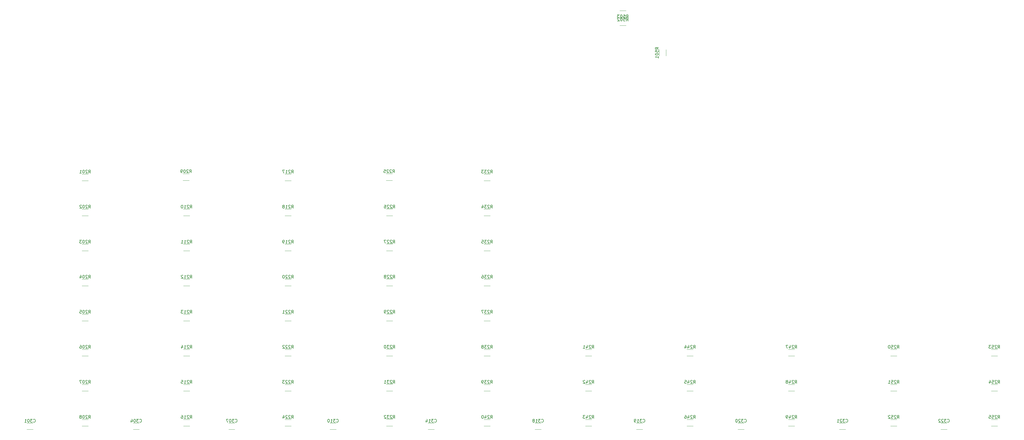
<source format=gbr>
G04 #@! TF.FileFunction,Legend,Bot*
%FSLAX46Y46*%
G04 Gerber Fmt 4.6, Leading zero omitted, Abs format (unit mm)*
G04 Created by KiCad (PCBNEW 4.0.7) date 05/05/18 03:18:50*
%MOMM*%
%LPD*%
G01*
G04 APERTURE LIST*
%ADD10C,0.100000*%
%ADD11C,0.120000*%
%ADD12C,0.150000*%
G04 APERTURE END LIST*
D10*
D11*
X49006000Y-197608000D02*
X51006000Y-197608000D01*
X51006000Y-199648000D02*
X49006000Y-199648000D01*
X83582000Y-197608000D02*
X85582000Y-197608000D01*
X85582000Y-199648000D02*
X83582000Y-199648000D01*
X114665000Y-197608000D02*
X116665000Y-197608000D01*
X116665000Y-199648000D02*
X114665000Y-199648000D01*
X147622000Y-197608000D02*
X149622000Y-197608000D01*
X149622000Y-199648000D02*
X147622000Y-199648000D01*
X179562000Y-197608000D02*
X181562000Y-197608000D01*
X181562000Y-199648000D02*
X179562000Y-199648000D01*
X214360000Y-197608000D02*
X216360000Y-197608000D01*
X216360000Y-199648000D02*
X214360000Y-199648000D01*
X247380000Y-197608000D02*
X249380000Y-197608000D01*
X249380000Y-199648000D02*
X247380000Y-199648000D01*
X280400000Y-197608000D02*
X282400000Y-197608000D01*
X282400000Y-199648000D02*
X280400000Y-199648000D01*
X313420000Y-197608000D02*
X315420000Y-197608000D01*
X315420000Y-199648000D02*
X313420000Y-199648000D01*
X346440000Y-197608000D02*
X348440000Y-197608000D01*
X348440000Y-199648000D02*
X346440000Y-199648000D01*
X66945000Y-118545000D02*
X68945000Y-118545000D01*
X68945000Y-116405000D02*
X66945000Y-116405000D01*
X66945000Y-129975000D02*
X68945000Y-129975000D01*
X68945000Y-127835000D02*
X66945000Y-127835000D01*
X66945000Y-141405000D02*
X68945000Y-141405000D01*
X68945000Y-139265000D02*
X66945000Y-139265000D01*
X66945000Y-152835000D02*
X68945000Y-152835000D01*
X68945000Y-150695000D02*
X66945000Y-150695000D01*
X66945000Y-164265000D02*
X68945000Y-164265000D01*
X68945000Y-162125000D02*
X66945000Y-162125000D01*
X66945000Y-175695000D02*
X68945000Y-175695000D01*
X68945000Y-173555000D02*
X66945000Y-173555000D01*
X66945000Y-187125000D02*
X68945000Y-187125000D01*
X68945000Y-184985000D02*
X66945000Y-184985000D01*
X66945000Y-198555000D02*
X68945000Y-198555000D01*
X68945000Y-196415000D02*
X66945000Y-196415000D01*
X99806000Y-118418000D02*
X101806000Y-118418000D01*
X101806000Y-116278000D02*
X99806000Y-116278000D01*
X99965000Y-129975000D02*
X101965000Y-129975000D01*
X101965000Y-127835000D02*
X99965000Y-127835000D01*
X99965000Y-141405000D02*
X101965000Y-141405000D01*
X101965000Y-139265000D02*
X99965000Y-139265000D01*
X99965000Y-152835000D02*
X101965000Y-152835000D01*
X101965000Y-150695000D02*
X99965000Y-150695000D01*
X99965000Y-164265000D02*
X101965000Y-164265000D01*
X101965000Y-162125000D02*
X99965000Y-162125000D01*
X99965000Y-175695000D02*
X101965000Y-175695000D01*
X101965000Y-173555000D02*
X99965000Y-173555000D01*
X99965000Y-187125000D02*
X101965000Y-187125000D01*
X101965000Y-184985000D02*
X99965000Y-184985000D01*
X99965000Y-198555000D02*
X101965000Y-198555000D01*
X101965000Y-196415000D02*
X99965000Y-196415000D01*
X132985000Y-118545000D02*
X134985000Y-118545000D01*
X134985000Y-116405000D02*
X132985000Y-116405000D01*
X132985000Y-129975000D02*
X134985000Y-129975000D01*
X134985000Y-127835000D02*
X132985000Y-127835000D01*
X132985000Y-141405000D02*
X134985000Y-141405000D01*
X134985000Y-139265000D02*
X132985000Y-139265000D01*
X132985000Y-152835000D02*
X134985000Y-152835000D01*
X134985000Y-150695000D02*
X132985000Y-150695000D01*
X132985000Y-164265000D02*
X134985000Y-164265000D01*
X134985000Y-162125000D02*
X132985000Y-162125000D01*
X132985000Y-175695000D02*
X134985000Y-175695000D01*
X134985000Y-173555000D02*
X132985000Y-173555000D01*
X132985000Y-187125000D02*
X134985000Y-187125000D01*
X134985000Y-184985000D02*
X132985000Y-184985000D01*
X132985000Y-198555000D02*
X134985000Y-198555000D01*
X134985000Y-196415000D02*
X132985000Y-196415000D01*
X166024682Y-129953562D02*
X168024682Y-129953562D01*
X168024682Y-127813562D02*
X166024682Y-127813562D01*
X166024682Y-141383562D02*
X168024682Y-141383562D01*
X168024682Y-139243562D02*
X166024682Y-139243562D01*
X166024682Y-152813562D02*
X168024682Y-152813562D01*
X168024682Y-150673562D02*
X166024682Y-150673562D01*
X166024682Y-164243562D02*
X168024682Y-164243562D01*
X168024682Y-162103562D02*
X166024682Y-162103562D01*
X166024682Y-175673562D02*
X168024682Y-175673562D01*
X168024682Y-173533562D02*
X166024682Y-173533562D01*
X166024682Y-187103562D02*
X168024682Y-187103562D01*
X168024682Y-184963562D02*
X166024682Y-184963562D01*
X166024682Y-198533562D02*
X168024682Y-198533562D01*
X168024682Y-196393562D02*
X166024682Y-196393562D01*
X197755000Y-118545000D02*
X199755000Y-118545000D01*
X199755000Y-116405000D02*
X197755000Y-116405000D01*
X197755000Y-129975000D02*
X199755000Y-129975000D01*
X199755000Y-127835000D02*
X197755000Y-127835000D01*
X197755000Y-141405000D02*
X199755000Y-141405000D01*
X199755000Y-139265000D02*
X197755000Y-139265000D01*
X197755000Y-152835000D02*
X199755000Y-152835000D01*
X199755000Y-150695000D02*
X197755000Y-150695000D01*
X197755000Y-164265000D02*
X199755000Y-164265000D01*
X199755000Y-162125000D02*
X197755000Y-162125000D01*
X197755000Y-175695000D02*
X199755000Y-175695000D01*
X199755000Y-173555000D02*
X197755000Y-173555000D01*
X197755000Y-187125000D02*
X199755000Y-187125000D01*
X199755000Y-184985000D02*
X197755000Y-184985000D01*
X197755000Y-198555000D02*
X199755000Y-198555000D01*
X199755000Y-196415000D02*
X197755000Y-196415000D01*
X230775000Y-175695000D02*
X232775000Y-175695000D01*
X232775000Y-173555000D02*
X230775000Y-173555000D01*
X230775000Y-187125000D02*
X232775000Y-187125000D01*
X232775000Y-184985000D02*
X230775000Y-184985000D01*
X230775000Y-198555000D02*
X232775000Y-198555000D01*
X232775000Y-196415000D02*
X230775000Y-196415000D01*
X263795000Y-175695000D02*
X265795000Y-175695000D01*
X265795000Y-173555000D02*
X263795000Y-173555000D01*
X263795000Y-187125000D02*
X265795000Y-187125000D01*
X265795000Y-184985000D02*
X263795000Y-184985000D01*
X263795000Y-198555000D02*
X265795000Y-198555000D01*
X265795000Y-196415000D02*
X263795000Y-196415000D01*
X296815000Y-175695000D02*
X298815000Y-175695000D01*
X298815000Y-173555000D02*
X296815000Y-173555000D01*
X296815000Y-187125000D02*
X298815000Y-187125000D01*
X298815000Y-184985000D02*
X296815000Y-184985000D01*
X296815000Y-198555000D02*
X298815000Y-198555000D01*
X298815000Y-196415000D02*
X296815000Y-196415000D01*
X330089000Y-175695000D02*
X332089000Y-175695000D01*
X332089000Y-173555000D02*
X330089000Y-173555000D01*
X330089000Y-187125000D02*
X332089000Y-187125000D01*
X332089000Y-184985000D02*
X330089000Y-184985000D01*
X330089000Y-198555000D02*
X332089000Y-198555000D01*
X332089000Y-196415000D02*
X330089000Y-196415000D01*
X362855000Y-175695000D02*
X364855000Y-175695000D01*
X364855000Y-173555000D02*
X362855000Y-173555000D01*
X362855000Y-187125000D02*
X364855000Y-187125000D01*
X364855000Y-184985000D02*
X362855000Y-184985000D01*
X362855000Y-198555000D02*
X364855000Y-198555000D01*
X364855000Y-196415000D02*
X362855000Y-196415000D01*
X256975000Y-77803000D02*
X256975000Y-75803000D01*
X254835000Y-75803000D02*
X254835000Y-77803000D01*
X243951000Y-63065000D02*
X241951000Y-63065000D01*
X241951000Y-65205000D02*
X243951000Y-65205000D01*
X241951000Y-67872000D02*
X243951000Y-67872000D01*
X243951000Y-65732000D02*
X241951000Y-65732000D01*
X165910000Y-118418000D02*
X167910000Y-118418000D01*
X167910000Y-116278000D02*
X165910000Y-116278000D01*
D12*
X51125047Y-197235143D02*
X51172666Y-197282762D01*
X51315523Y-197330381D01*
X51410761Y-197330381D01*
X51553619Y-197282762D01*
X51648857Y-197187524D01*
X51696476Y-197092286D01*
X51744095Y-196901810D01*
X51744095Y-196758952D01*
X51696476Y-196568476D01*
X51648857Y-196473238D01*
X51553619Y-196378000D01*
X51410761Y-196330381D01*
X51315523Y-196330381D01*
X51172666Y-196378000D01*
X51125047Y-196425619D01*
X50791714Y-196330381D02*
X50172666Y-196330381D01*
X50506000Y-196711333D01*
X50363142Y-196711333D01*
X50267904Y-196758952D01*
X50220285Y-196806571D01*
X50172666Y-196901810D01*
X50172666Y-197139905D01*
X50220285Y-197235143D01*
X50267904Y-197282762D01*
X50363142Y-197330381D01*
X50648857Y-197330381D01*
X50744095Y-197282762D01*
X50791714Y-197235143D01*
X49553619Y-196330381D02*
X49458380Y-196330381D01*
X49363142Y-196378000D01*
X49315523Y-196425619D01*
X49267904Y-196520857D01*
X49220285Y-196711333D01*
X49220285Y-196949429D01*
X49267904Y-197139905D01*
X49315523Y-197235143D01*
X49363142Y-197282762D01*
X49458380Y-197330381D01*
X49553619Y-197330381D01*
X49648857Y-197282762D01*
X49696476Y-197235143D01*
X49744095Y-197139905D01*
X49791714Y-196949429D01*
X49791714Y-196711333D01*
X49744095Y-196520857D01*
X49696476Y-196425619D01*
X49648857Y-196378000D01*
X49553619Y-196330381D01*
X48267904Y-197330381D02*
X48839333Y-197330381D01*
X48553619Y-197330381D02*
X48553619Y-196330381D01*
X48648857Y-196473238D01*
X48744095Y-196568476D01*
X48839333Y-196616095D01*
X85701047Y-197235143D02*
X85748666Y-197282762D01*
X85891523Y-197330381D01*
X85986761Y-197330381D01*
X86129619Y-197282762D01*
X86224857Y-197187524D01*
X86272476Y-197092286D01*
X86320095Y-196901810D01*
X86320095Y-196758952D01*
X86272476Y-196568476D01*
X86224857Y-196473238D01*
X86129619Y-196378000D01*
X85986761Y-196330381D01*
X85891523Y-196330381D01*
X85748666Y-196378000D01*
X85701047Y-196425619D01*
X85367714Y-196330381D02*
X84748666Y-196330381D01*
X85082000Y-196711333D01*
X84939142Y-196711333D01*
X84843904Y-196758952D01*
X84796285Y-196806571D01*
X84748666Y-196901810D01*
X84748666Y-197139905D01*
X84796285Y-197235143D01*
X84843904Y-197282762D01*
X84939142Y-197330381D01*
X85224857Y-197330381D01*
X85320095Y-197282762D01*
X85367714Y-197235143D01*
X84129619Y-196330381D02*
X84034380Y-196330381D01*
X83939142Y-196378000D01*
X83891523Y-196425619D01*
X83843904Y-196520857D01*
X83796285Y-196711333D01*
X83796285Y-196949429D01*
X83843904Y-197139905D01*
X83891523Y-197235143D01*
X83939142Y-197282762D01*
X84034380Y-197330381D01*
X84129619Y-197330381D01*
X84224857Y-197282762D01*
X84272476Y-197235143D01*
X84320095Y-197139905D01*
X84367714Y-196949429D01*
X84367714Y-196711333D01*
X84320095Y-196520857D01*
X84272476Y-196425619D01*
X84224857Y-196378000D01*
X84129619Y-196330381D01*
X82939142Y-196663714D02*
X82939142Y-197330381D01*
X83177238Y-196282762D02*
X83415333Y-196997048D01*
X82796285Y-196997048D01*
X116784047Y-197235143D02*
X116831666Y-197282762D01*
X116974523Y-197330381D01*
X117069761Y-197330381D01*
X117212619Y-197282762D01*
X117307857Y-197187524D01*
X117355476Y-197092286D01*
X117403095Y-196901810D01*
X117403095Y-196758952D01*
X117355476Y-196568476D01*
X117307857Y-196473238D01*
X117212619Y-196378000D01*
X117069761Y-196330381D01*
X116974523Y-196330381D01*
X116831666Y-196378000D01*
X116784047Y-196425619D01*
X116450714Y-196330381D02*
X115831666Y-196330381D01*
X116165000Y-196711333D01*
X116022142Y-196711333D01*
X115926904Y-196758952D01*
X115879285Y-196806571D01*
X115831666Y-196901810D01*
X115831666Y-197139905D01*
X115879285Y-197235143D01*
X115926904Y-197282762D01*
X116022142Y-197330381D01*
X116307857Y-197330381D01*
X116403095Y-197282762D01*
X116450714Y-197235143D01*
X115212619Y-196330381D02*
X115117380Y-196330381D01*
X115022142Y-196378000D01*
X114974523Y-196425619D01*
X114926904Y-196520857D01*
X114879285Y-196711333D01*
X114879285Y-196949429D01*
X114926904Y-197139905D01*
X114974523Y-197235143D01*
X115022142Y-197282762D01*
X115117380Y-197330381D01*
X115212619Y-197330381D01*
X115307857Y-197282762D01*
X115355476Y-197235143D01*
X115403095Y-197139905D01*
X115450714Y-196949429D01*
X115450714Y-196711333D01*
X115403095Y-196520857D01*
X115355476Y-196425619D01*
X115307857Y-196378000D01*
X115212619Y-196330381D01*
X114545952Y-196330381D02*
X113879285Y-196330381D01*
X114307857Y-197330381D01*
X149741047Y-197235143D02*
X149788666Y-197282762D01*
X149931523Y-197330381D01*
X150026761Y-197330381D01*
X150169619Y-197282762D01*
X150264857Y-197187524D01*
X150312476Y-197092286D01*
X150360095Y-196901810D01*
X150360095Y-196758952D01*
X150312476Y-196568476D01*
X150264857Y-196473238D01*
X150169619Y-196378000D01*
X150026761Y-196330381D01*
X149931523Y-196330381D01*
X149788666Y-196378000D01*
X149741047Y-196425619D01*
X149407714Y-196330381D02*
X148788666Y-196330381D01*
X149122000Y-196711333D01*
X148979142Y-196711333D01*
X148883904Y-196758952D01*
X148836285Y-196806571D01*
X148788666Y-196901810D01*
X148788666Y-197139905D01*
X148836285Y-197235143D01*
X148883904Y-197282762D01*
X148979142Y-197330381D01*
X149264857Y-197330381D01*
X149360095Y-197282762D01*
X149407714Y-197235143D01*
X147836285Y-197330381D02*
X148407714Y-197330381D01*
X148122000Y-197330381D02*
X148122000Y-196330381D01*
X148217238Y-196473238D01*
X148312476Y-196568476D01*
X148407714Y-196616095D01*
X147217238Y-196330381D02*
X147121999Y-196330381D01*
X147026761Y-196378000D01*
X146979142Y-196425619D01*
X146931523Y-196520857D01*
X146883904Y-196711333D01*
X146883904Y-196949429D01*
X146931523Y-197139905D01*
X146979142Y-197235143D01*
X147026761Y-197282762D01*
X147121999Y-197330381D01*
X147217238Y-197330381D01*
X147312476Y-197282762D01*
X147360095Y-197235143D01*
X147407714Y-197139905D01*
X147455333Y-196949429D01*
X147455333Y-196711333D01*
X147407714Y-196520857D01*
X147360095Y-196425619D01*
X147312476Y-196378000D01*
X147217238Y-196330381D01*
X181681047Y-197235143D02*
X181728666Y-197282762D01*
X181871523Y-197330381D01*
X181966761Y-197330381D01*
X182109619Y-197282762D01*
X182204857Y-197187524D01*
X182252476Y-197092286D01*
X182300095Y-196901810D01*
X182300095Y-196758952D01*
X182252476Y-196568476D01*
X182204857Y-196473238D01*
X182109619Y-196378000D01*
X181966761Y-196330381D01*
X181871523Y-196330381D01*
X181728666Y-196378000D01*
X181681047Y-196425619D01*
X181347714Y-196330381D02*
X180728666Y-196330381D01*
X181062000Y-196711333D01*
X180919142Y-196711333D01*
X180823904Y-196758952D01*
X180776285Y-196806571D01*
X180728666Y-196901810D01*
X180728666Y-197139905D01*
X180776285Y-197235143D01*
X180823904Y-197282762D01*
X180919142Y-197330381D01*
X181204857Y-197330381D01*
X181300095Y-197282762D01*
X181347714Y-197235143D01*
X179776285Y-197330381D02*
X180347714Y-197330381D01*
X180062000Y-197330381D02*
X180062000Y-196330381D01*
X180157238Y-196473238D01*
X180252476Y-196568476D01*
X180347714Y-196616095D01*
X178919142Y-196663714D02*
X178919142Y-197330381D01*
X179157238Y-196282762D02*
X179395333Y-196997048D01*
X178776285Y-196997048D01*
X216479047Y-197235143D02*
X216526666Y-197282762D01*
X216669523Y-197330381D01*
X216764761Y-197330381D01*
X216907619Y-197282762D01*
X217002857Y-197187524D01*
X217050476Y-197092286D01*
X217098095Y-196901810D01*
X217098095Y-196758952D01*
X217050476Y-196568476D01*
X217002857Y-196473238D01*
X216907619Y-196378000D01*
X216764761Y-196330381D01*
X216669523Y-196330381D01*
X216526666Y-196378000D01*
X216479047Y-196425619D01*
X216145714Y-196330381D02*
X215526666Y-196330381D01*
X215860000Y-196711333D01*
X215717142Y-196711333D01*
X215621904Y-196758952D01*
X215574285Y-196806571D01*
X215526666Y-196901810D01*
X215526666Y-197139905D01*
X215574285Y-197235143D01*
X215621904Y-197282762D01*
X215717142Y-197330381D01*
X216002857Y-197330381D01*
X216098095Y-197282762D01*
X216145714Y-197235143D01*
X214574285Y-197330381D02*
X215145714Y-197330381D01*
X214860000Y-197330381D02*
X214860000Y-196330381D01*
X214955238Y-196473238D01*
X215050476Y-196568476D01*
X215145714Y-196616095D01*
X214002857Y-196758952D02*
X214098095Y-196711333D01*
X214145714Y-196663714D01*
X214193333Y-196568476D01*
X214193333Y-196520857D01*
X214145714Y-196425619D01*
X214098095Y-196378000D01*
X214002857Y-196330381D01*
X213812380Y-196330381D01*
X213717142Y-196378000D01*
X213669523Y-196425619D01*
X213621904Y-196520857D01*
X213621904Y-196568476D01*
X213669523Y-196663714D01*
X213717142Y-196711333D01*
X213812380Y-196758952D01*
X214002857Y-196758952D01*
X214098095Y-196806571D01*
X214145714Y-196854190D01*
X214193333Y-196949429D01*
X214193333Y-197139905D01*
X214145714Y-197235143D01*
X214098095Y-197282762D01*
X214002857Y-197330381D01*
X213812380Y-197330381D01*
X213717142Y-197282762D01*
X213669523Y-197235143D01*
X213621904Y-197139905D01*
X213621904Y-196949429D01*
X213669523Y-196854190D01*
X213717142Y-196806571D01*
X213812380Y-196758952D01*
X249499047Y-197235143D02*
X249546666Y-197282762D01*
X249689523Y-197330381D01*
X249784761Y-197330381D01*
X249927619Y-197282762D01*
X250022857Y-197187524D01*
X250070476Y-197092286D01*
X250118095Y-196901810D01*
X250118095Y-196758952D01*
X250070476Y-196568476D01*
X250022857Y-196473238D01*
X249927619Y-196378000D01*
X249784761Y-196330381D01*
X249689523Y-196330381D01*
X249546666Y-196378000D01*
X249499047Y-196425619D01*
X249165714Y-196330381D02*
X248546666Y-196330381D01*
X248880000Y-196711333D01*
X248737142Y-196711333D01*
X248641904Y-196758952D01*
X248594285Y-196806571D01*
X248546666Y-196901810D01*
X248546666Y-197139905D01*
X248594285Y-197235143D01*
X248641904Y-197282762D01*
X248737142Y-197330381D01*
X249022857Y-197330381D01*
X249118095Y-197282762D01*
X249165714Y-197235143D01*
X247594285Y-197330381D02*
X248165714Y-197330381D01*
X247880000Y-197330381D02*
X247880000Y-196330381D01*
X247975238Y-196473238D01*
X248070476Y-196568476D01*
X248165714Y-196616095D01*
X247118095Y-197330381D02*
X246927619Y-197330381D01*
X246832380Y-197282762D01*
X246784761Y-197235143D01*
X246689523Y-197092286D01*
X246641904Y-196901810D01*
X246641904Y-196520857D01*
X246689523Y-196425619D01*
X246737142Y-196378000D01*
X246832380Y-196330381D01*
X247022857Y-196330381D01*
X247118095Y-196378000D01*
X247165714Y-196425619D01*
X247213333Y-196520857D01*
X247213333Y-196758952D01*
X247165714Y-196854190D01*
X247118095Y-196901810D01*
X247022857Y-196949429D01*
X246832380Y-196949429D01*
X246737142Y-196901810D01*
X246689523Y-196854190D01*
X246641904Y-196758952D01*
X282519047Y-197235143D02*
X282566666Y-197282762D01*
X282709523Y-197330381D01*
X282804761Y-197330381D01*
X282947619Y-197282762D01*
X283042857Y-197187524D01*
X283090476Y-197092286D01*
X283138095Y-196901810D01*
X283138095Y-196758952D01*
X283090476Y-196568476D01*
X283042857Y-196473238D01*
X282947619Y-196378000D01*
X282804761Y-196330381D01*
X282709523Y-196330381D01*
X282566666Y-196378000D01*
X282519047Y-196425619D01*
X282185714Y-196330381D02*
X281566666Y-196330381D01*
X281900000Y-196711333D01*
X281757142Y-196711333D01*
X281661904Y-196758952D01*
X281614285Y-196806571D01*
X281566666Y-196901810D01*
X281566666Y-197139905D01*
X281614285Y-197235143D01*
X281661904Y-197282762D01*
X281757142Y-197330381D01*
X282042857Y-197330381D01*
X282138095Y-197282762D01*
X282185714Y-197235143D01*
X281185714Y-196425619D02*
X281138095Y-196378000D01*
X281042857Y-196330381D01*
X280804761Y-196330381D01*
X280709523Y-196378000D01*
X280661904Y-196425619D01*
X280614285Y-196520857D01*
X280614285Y-196616095D01*
X280661904Y-196758952D01*
X281233333Y-197330381D01*
X280614285Y-197330381D01*
X279995238Y-196330381D02*
X279899999Y-196330381D01*
X279804761Y-196378000D01*
X279757142Y-196425619D01*
X279709523Y-196520857D01*
X279661904Y-196711333D01*
X279661904Y-196949429D01*
X279709523Y-197139905D01*
X279757142Y-197235143D01*
X279804761Y-197282762D01*
X279899999Y-197330381D01*
X279995238Y-197330381D01*
X280090476Y-197282762D01*
X280138095Y-197235143D01*
X280185714Y-197139905D01*
X280233333Y-196949429D01*
X280233333Y-196711333D01*
X280185714Y-196520857D01*
X280138095Y-196425619D01*
X280090476Y-196378000D01*
X279995238Y-196330381D01*
X315539047Y-197235143D02*
X315586666Y-197282762D01*
X315729523Y-197330381D01*
X315824761Y-197330381D01*
X315967619Y-197282762D01*
X316062857Y-197187524D01*
X316110476Y-197092286D01*
X316158095Y-196901810D01*
X316158095Y-196758952D01*
X316110476Y-196568476D01*
X316062857Y-196473238D01*
X315967619Y-196378000D01*
X315824761Y-196330381D01*
X315729523Y-196330381D01*
X315586666Y-196378000D01*
X315539047Y-196425619D01*
X315205714Y-196330381D02*
X314586666Y-196330381D01*
X314920000Y-196711333D01*
X314777142Y-196711333D01*
X314681904Y-196758952D01*
X314634285Y-196806571D01*
X314586666Y-196901810D01*
X314586666Y-197139905D01*
X314634285Y-197235143D01*
X314681904Y-197282762D01*
X314777142Y-197330381D01*
X315062857Y-197330381D01*
X315158095Y-197282762D01*
X315205714Y-197235143D01*
X314205714Y-196425619D02*
X314158095Y-196378000D01*
X314062857Y-196330381D01*
X313824761Y-196330381D01*
X313729523Y-196378000D01*
X313681904Y-196425619D01*
X313634285Y-196520857D01*
X313634285Y-196616095D01*
X313681904Y-196758952D01*
X314253333Y-197330381D01*
X313634285Y-197330381D01*
X312681904Y-197330381D02*
X313253333Y-197330381D01*
X312967619Y-197330381D02*
X312967619Y-196330381D01*
X313062857Y-196473238D01*
X313158095Y-196568476D01*
X313253333Y-196616095D01*
X348559047Y-197235143D02*
X348606666Y-197282762D01*
X348749523Y-197330381D01*
X348844761Y-197330381D01*
X348987619Y-197282762D01*
X349082857Y-197187524D01*
X349130476Y-197092286D01*
X349178095Y-196901810D01*
X349178095Y-196758952D01*
X349130476Y-196568476D01*
X349082857Y-196473238D01*
X348987619Y-196378000D01*
X348844761Y-196330381D01*
X348749523Y-196330381D01*
X348606666Y-196378000D01*
X348559047Y-196425619D01*
X348225714Y-196330381D02*
X347606666Y-196330381D01*
X347940000Y-196711333D01*
X347797142Y-196711333D01*
X347701904Y-196758952D01*
X347654285Y-196806571D01*
X347606666Y-196901810D01*
X347606666Y-197139905D01*
X347654285Y-197235143D01*
X347701904Y-197282762D01*
X347797142Y-197330381D01*
X348082857Y-197330381D01*
X348178095Y-197282762D01*
X348225714Y-197235143D01*
X347225714Y-196425619D02*
X347178095Y-196378000D01*
X347082857Y-196330381D01*
X346844761Y-196330381D01*
X346749523Y-196378000D01*
X346701904Y-196425619D01*
X346654285Y-196520857D01*
X346654285Y-196616095D01*
X346701904Y-196758952D01*
X347273333Y-197330381D01*
X346654285Y-197330381D01*
X346273333Y-196425619D02*
X346225714Y-196378000D01*
X346130476Y-196330381D01*
X345892380Y-196330381D01*
X345797142Y-196378000D01*
X345749523Y-196425619D01*
X345701904Y-196520857D01*
X345701904Y-196616095D01*
X345749523Y-196758952D01*
X346320952Y-197330381D01*
X345701904Y-197330381D01*
X69064047Y-116077381D02*
X69397381Y-115601190D01*
X69635476Y-116077381D02*
X69635476Y-115077381D01*
X69254523Y-115077381D01*
X69159285Y-115125000D01*
X69111666Y-115172619D01*
X69064047Y-115267857D01*
X69064047Y-115410714D01*
X69111666Y-115505952D01*
X69159285Y-115553571D01*
X69254523Y-115601190D01*
X69635476Y-115601190D01*
X68683095Y-115172619D02*
X68635476Y-115125000D01*
X68540238Y-115077381D01*
X68302142Y-115077381D01*
X68206904Y-115125000D01*
X68159285Y-115172619D01*
X68111666Y-115267857D01*
X68111666Y-115363095D01*
X68159285Y-115505952D01*
X68730714Y-116077381D01*
X68111666Y-116077381D01*
X67492619Y-115077381D02*
X67397380Y-115077381D01*
X67302142Y-115125000D01*
X67254523Y-115172619D01*
X67206904Y-115267857D01*
X67159285Y-115458333D01*
X67159285Y-115696429D01*
X67206904Y-115886905D01*
X67254523Y-115982143D01*
X67302142Y-116029762D01*
X67397380Y-116077381D01*
X67492619Y-116077381D01*
X67587857Y-116029762D01*
X67635476Y-115982143D01*
X67683095Y-115886905D01*
X67730714Y-115696429D01*
X67730714Y-115458333D01*
X67683095Y-115267857D01*
X67635476Y-115172619D01*
X67587857Y-115125000D01*
X67492619Y-115077381D01*
X66206904Y-116077381D02*
X66778333Y-116077381D01*
X66492619Y-116077381D02*
X66492619Y-115077381D01*
X66587857Y-115220238D01*
X66683095Y-115315476D01*
X66778333Y-115363095D01*
X69064047Y-127507381D02*
X69397381Y-127031190D01*
X69635476Y-127507381D02*
X69635476Y-126507381D01*
X69254523Y-126507381D01*
X69159285Y-126555000D01*
X69111666Y-126602619D01*
X69064047Y-126697857D01*
X69064047Y-126840714D01*
X69111666Y-126935952D01*
X69159285Y-126983571D01*
X69254523Y-127031190D01*
X69635476Y-127031190D01*
X68683095Y-126602619D02*
X68635476Y-126555000D01*
X68540238Y-126507381D01*
X68302142Y-126507381D01*
X68206904Y-126555000D01*
X68159285Y-126602619D01*
X68111666Y-126697857D01*
X68111666Y-126793095D01*
X68159285Y-126935952D01*
X68730714Y-127507381D01*
X68111666Y-127507381D01*
X67492619Y-126507381D02*
X67397380Y-126507381D01*
X67302142Y-126555000D01*
X67254523Y-126602619D01*
X67206904Y-126697857D01*
X67159285Y-126888333D01*
X67159285Y-127126429D01*
X67206904Y-127316905D01*
X67254523Y-127412143D01*
X67302142Y-127459762D01*
X67397380Y-127507381D01*
X67492619Y-127507381D01*
X67587857Y-127459762D01*
X67635476Y-127412143D01*
X67683095Y-127316905D01*
X67730714Y-127126429D01*
X67730714Y-126888333D01*
X67683095Y-126697857D01*
X67635476Y-126602619D01*
X67587857Y-126555000D01*
X67492619Y-126507381D01*
X66778333Y-126602619D02*
X66730714Y-126555000D01*
X66635476Y-126507381D01*
X66397380Y-126507381D01*
X66302142Y-126555000D01*
X66254523Y-126602619D01*
X66206904Y-126697857D01*
X66206904Y-126793095D01*
X66254523Y-126935952D01*
X66825952Y-127507381D01*
X66206904Y-127507381D01*
X69064047Y-138937381D02*
X69397381Y-138461190D01*
X69635476Y-138937381D02*
X69635476Y-137937381D01*
X69254523Y-137937381D01*
X69159285Y-137985000D01*
X69111666Y-138032619D01*
X69064047Y-138127857D01*
X69064047Y-138270714D01*
X69111666Y-138365952D01*
X69159285Y-138413571D01*
X69254523Y-138461190D01*
X69635476Y-138461190D01*
X68683095Y-138032619D02*
X68635476Y-137985000D01*
X68540238Y-137937381D01*
X68302142Y-137937381D01*
X68206904Y-137985000D01*
X68159285Y-138032619D01*
X68111666Y-138127857D01*
X68111666Y-138223095D01*
X68159285Y-138365952D01*
X68730714Y-138937381D01*
X68111666Y-138937381D01*
X67492619Y-137937381D02*
X67397380Y-137937381D01*
X67302142Y-137985000D01*
X67254523Y-138032619D01*
X67206904Y-138127857D01*
X67159285Y-138318333D01*
X67159285Y-138556429D01*
X67206904Y-138746905D01*
X67254523Y-138842143D01*
X67302142Y-138889762D01*
X67397380Y-138937381D01*
X67492619Y-138937381D01*
X67587857Y-138889762D01*
X67635476Y-138842143D01*
X67683095Y-138746905D01*
X67730714Y-138556429D01*
X67730714Y-138318333D01*
X67683095Y-138127857D01*
X67635476Y-138032619D01*
X67587857Y-137985000D01*
X67492619Y-137937381D01*
X66825952Y-137937381D02*
X66206904Y-137937381D01*
X66540238Y-138318333D01*
X66397380Y-138318333D01*
X66302142Y-138365952D01*
X66254523Y-138413571D01*
X66206904Y-138508810D01*
X66206904Y-138746905D01*
X66254523Y-138842143D01*
X66302142Y-138889762D01*
X66397380Y-138937381D01*
X66683095Y-138937381D01*
X66778333Y-138889762D01*
X66825952Y-138842143D01*
X69064047Y-150367381D02*
X69397381Y-149891190D01*
X69635476Y-150367381D02*
X69635476Y-149367381D01*
X69254523Y-149367381D01*
X69159285Y-149415000D01*
X69111666Y-149462619D01*
X69064047Y-149557857D01*
X69064047Y-149700714D01*
X69111666Y-149795952D01*
X69159285Y-149843571D01*
X69254523Y-149891190D01*
X69635476Y-149891190D01*
X68683095Y-149462619D02*
X68635476Y-149415000D01*
X68540238Y-149367381D01*
X68302142Y-149367381D01*
X68206904Y-149415000D01*
X68159285Y-149462619D01*
X68111666Y-149557857D01*
X68111666Y-149653095D01*
X68159285Y-149795952D01*
X68730714Y-150367381D01*
X68111666Y-150367381D01*
X67492619Y-149367381D02*
X67397380Y-149367381D01*
X67302142Y-149415000D01*
X67254523Y-149462619D01*
X67206904Y-149557857D01*
X67159285Y-149748333D01*
X67159285Y-149986429D01*
X67206904Y-150176905D01*
X67254523Y-150272143D01*
X67302142Y-150319762D01*
X67397380Y-150367381D01*
X67492619Y-150367381D01*
X67587857Y-150319762D01*
X67635476Y-150272143D01*
X67683095Y-150176905D01*
X67730714Y-149986429D01*
X67730714Y-149748333D01*
X67683095Y-149557857D01*
X67635476Y-149462619D01*
X67587857Y-149415000D01*
X67492619Y-149367381D01*
X66302142Y-149700714D02*
X66302142Y-150367381D01*
X66540238Y-149319762D02*
X66778333Y-150034048D01*
X66159285Y-150034048D01*
X69064047Y-161797381D02*
X69397381Y-161321190D01*
X69635476Y-161797381D02*
X69635476Y-160797381D01*
X69254523Y-160797381D01*
X69159285Y-160845000D01*
X69111666Y-160892619D01*
X69064047Y-160987857D01*
X69064047Y-161130714D01*
X69111666Y-161225952D01*
X69159285Y-161273571D01*
X69254523Y-161321190D01*
X69635476Y-161321190D01*
X68683095Y-160892619D02*
X68635476Y-160845000D01*
X68540238Y-160797381D01*
X68302142Y-160797381D01*
X68206904Y-160845000D01*
X68159285Y-160892619D01*
X68111666Y-160987857D01*
X68111666Y-161083095D01*
X68159285Y-161225952D01*
X68730714Y-161797381D01*
X68111666Y-161797381D01*
X67492619Y-160797381D02*
X67397380Y-160797381D01*
X67302142Y-160845000D01*
X67254523Y-160892619D01*
X67206904Y-160987857D01*
X67159285Y-161178333D01*
X67159285Y-161416429D01*
X67206904Y-161606905D01*
X67254523Y-161702143D01*
X67302142Y-161749762D01*
X67397380Y-161797381D01*
X67492619Y-161797381D01*
X67587857Y-161749762D01*
X67635476Y-161702143D01*
X67683095Y-161606905D01*
X67730714Y-161416429D01*
X67730714Y-161178333D01*
X67683095Y-160987857D01*
X67635476Y-160892619D01*
X67587857Y-160845000D01*
X67492619Y-160797381D01*
X66254523Y-160797381D02*
X66730714Y-160797381D01*
X66778333Y-161273571D01*
X66730714Y-161225952D01*
X66635476Y-161178333D01*
X66397380Y-161178333D01*
X66302142Y-161225952D01*
X66254523Y-161273571D01*
X66206904Y-161368810D01*
X66206904Y-161606905D01*
X66254523Y-161702143D01*
X66302142Y-161749762D01*
X66397380Y-161797381D01*
X66635476Y-161797381D01*
X66730714Y-161749762D01*
X66778333Y-161702143D01*
X69064047Y-173227381D02*
X69397381Y-172751190D01*
X69635476Y-173227381D02*
X69635476Y-172227381D01*
X69254523Y-172227381D01*
X69159285Y-172275000D01*
X69111666Y-172322619D01*
X69064047Y-172417857D01*
X69064047Y-172560714D01*
X69111666Y-172655952D01*
X69159285Y-172703571D01*
X69254523Y-172751190D01*
X69635476Y-172751190D01*
X68683095Y-172322619D02*
X68635476Y-172275000D01*
X68540238Y-172227381D01*
X68302142Y-172227381D01*
X68206904Y-172275000D01*
X68159285Y-172322619D01*
X68111666Y-172417857D01*
X68111666Y-172513095D01*
X68159285Y-172655952D01*
X68730714Y-173227381D01*
X68111666Y-173227381D01*
X67492619Y-172227381D02*
X67397380Y-172227381D01*
X67302142Y-172275000D01*
X67254523Y-172322619D01*
X67206904Y-172417857D01*
X67159285Y-172608333D01*
X67159285Y-172846429D01*
X67206904Y-173036905D01*
X67254523Y-173132143D01*
X67302142Y-173179762D01*
X67397380Y-173227381D01*
X67492619Y-173227381D01*
X67587857Y-173179762D01*
X67635476Y-173132143D01*
X67683095Y-173036905D01*
X67730714Y-172846429D01*
X67730714Y-172608333D01*
X67683095Y-172417857D01*
X67635476Y-172322619D01*
X67587857Y-172275000D01*
X67492619Y-172227381D01*
X66302142Y-172227381D02*
X66492619Y-172227381D01*
X66587857Y-172275000D01*
X66635476Y-172322619D01*
X66730714Y-172465476D01*
X66778333Y-172655952D01*
X66778333Y-173036905D01*
X66730714Y-173132143D01*
X66683095Y-173179762D01*
X66587857Y-173227381D01*
X66397380Y-173227381D01*
X66302142Y-173179762D01*
X66254523Y-173132143D01*
X66206904Y-173036905D01*
X66206904Y-172798810D01*
X66254523Y-172703571D01*
X66302142Y-172655952D01*
X66397380Y-172608333D01*
X66587857Y-172608333D01*
X66683095Y-172655952D01*
X66730714Y-172703571D01*
X66778333Y-172798810D01*
X69064047Y-184657381D02*
X69397381Y-184181190D01*
X69635476Y-184657381D02*
X69635476Y-183657381D01*
X69254523Y-183657381D01*
X69159285Y-183705000D01*
X69111666Y-183752619D01*
X69064047Y-183847857D01*
X69064047Y-183990714D01*
X69111666Y-184085952D01*
X69159285Y-184133571D01*
X69254523Y-184181190D01*
X69635476Y-184181190D01*
X68683095Y-183752619D02*
X68635476Y-183705000D01*
X68540238Y-183657381D01*
X68302142Y-183657381D01*
X68206904Y-183705000D01*
X68159285Y-183752619D01*
X68111666Y-183847857D01*
X68111666Y-183943095D01*
X68159285Y-184085952D01*
X68730714Y-184657381D01*
X68111666Y-184657381D01*
X67492619Y-183657381D02*
X67397380Y-183657381D01*
X67302142Y-183705000D01*
X67254523Y-183752619D01*
X67206904Y-183847857D01*
X67159285Y-184038333D01*
X67159285Y-184276429D01*
X67206904Y-184466905D01*
X67254523Y-184562143D01*
X67302142Y-184609762D01*
X67397380Y-184657381D01*
X67492619Y-184657381D01*
X67587857Y-184609762D01*
X67635476Y-184562143D01*
X67683095Y-184466905D01*
X67730714Y-184276429D01*
X67730714Y-184038333D01*
X67683095Y-183847857D01*
X67635476Y-183752619D01*
X67587857Y-183705000D01*
X67492619Y-183657381D01*
X66825952Y-183657381D02*
X66159285Y-183657381D01*
X66587857Y-184657381D01*
X69064047Y-196087381D02*
X69397381Y-195611190D01*
X69635476Y-196087381D02*
X69635476Y-195087381D01*
X69254523Y-195087381D01*
X69159285Y-195135000D01*
X69111666Y-195182619D01*
X69064047Y-195277857D01*
X69064047Y-195420714D01*
X69111666Y-195515952D01*
X69159285Y-195563571D01*
X69254523Y-195611190D01*
X69635476Y-195611190D01*
X68683095Y-195182619D02*
X68635476Y-195135000D01*
X68540238Y-195087381D01*
X68302142Y-195087381D01*
X68206904Y-195135000D01*
X68159285Y-195182619D01*
X68111666Y-195277857D01*
X68111666Y-195373095D01*
X68159285Y-195515952D01*
X68730714Y-196087381D01*
X68111666Y-196087381D01*
X67492619Y-195087381D02*
X67397380Y-195087381D01*
X67302142Y-195135000D01*
X67254523Y-195182619D01*
X67206904Y-195277857D01*
X67159285Y-195468333D01*
X67159285Y-195706429D01*
X67206904Y-195896905D01*
X67254523Y-195992143D01*
X67302142Y-196039762D01*
X67397380Y-196087381D01*
X67492619Y-196087381D01*
X67587857Y-196039762D01*
X67635476Y-195992143D01*
X67683095Y-195896905D01*
X67730714Y-195706429D01*
X67730714Y-195468333D01*
X67683095Y-195277857D01*
X67635476Y-195182619D01*
X67587857Y-195135000D01*
X67492619Y-195087381D01*
X66587857Y-195515952D02*
X66683095Y-195468333D01*
X66730714Y-195420714D01*
X66778333Y-195325476D01*
X66778333Y-195277857D01*
X66730714Y-195182619D01*
X66683095Y-195135000D01*
X66587857Y-195087381D01*
X66397380Y-195087381D01*
X66302142Y-195135000D01*
X66254523Y-195182619D01*
X66206904Y-195277857D01*
X66206904Y-195325476D01*
X66254523Y-195420714D01*
X66302142Y-195468333D01*
X66397380Y-195515952D01*
X66587857Y-195515952D01*
X66683095Y-195563571D01*
X66730714Y-195611190D01*
X66778333Y-195706429D01*
X66778333Y-195896905D01*
X66730714Y-195992143D01*
X66683095Y-196039762D01*
X66587857Y-196087381D01*
X66397380Y-196087381D01*
X66302142Y-196039762D01*
X66254523Y-195992143D01*
X66206904Y-195896905D01*
X66206904Y-195706429D01*
X66254523Y-195611190D01*
X66302142Y-195563571D01*
X66397380Y-195515952D01*
X101925047Y-115950381D02*
X102258381Y-115474190D01*
X102496476Y-115950381D02*
X102496476Y-114950381D01*
X102115523Y-114950381D01*
X102020285Y-114998000D01*
X101972666Y-115045619D01*
X101925047Y-115140857D01*
X101925047Y-115283714D01*
X101972666Y-115378952D01*
X102020285Y-115426571D01*
X102115523Y-115474190D01*
X102496476Y-115474190D01*
X101544095Y-115045619D02*
X101496476Y-114998000D01*
X101401238Y-114950381D01*
X101163142Y-114950381D01*
X101067904Y-114998000D01*
X101020285Y-115045619D01*
X100972666Y-115140857D01*
X100972666Y-115236095D01*
X101020285Y-115378952D01*
X101591714Y-115950381D01*
X100972666Y-115950381D01*
X100353619Y-114950381D02*
X100258380Y-114950381D01*
X100163142Y-114998000D01*
X100115523Y-115045619D01*
X100067904Y-115140857D01*
X100020285Y-115331333D01*
X100020285Y-115569429D01*
X100067904Y-115759905D01*
X100115523Y-115855143D01*
X100163142Y-115902762D01*
X100258380Y-115950381D01*
X100353619Y-115950381D01*
X100448857Y-115902762D01*
X100496476Y-115855143D01*
X100544095Y-115759905D01*
X100591714Y-115569429D01*
X100591714Y-115331333D01*
X100544095Y-115140857D01*
X100496476Y-115045619D01*
X100448857Y-114998000D01*
X100353619Y-114950381D01*
X99544095Y-115950381D02*
X99353619Y-115950381D01*
X99258380Y-115902762D01*
X99210761Y-115855143D01*
X99115523Y-115712286D01*
X99067904Y-115521810D01*
X99067904Y-115140857D01*
X99115523Y-115045619D01*
X99163142Y-114998000D01*
X99258380Y-114950381D01*
X99448857Y-114950381D01*
X99544095Y-114998000D01*
X99591714Y-115045619D01*
X99639333Y-115140857D01*
X99639333Y-115378952D01*
X99591714Y-115474190D01*
X99544095Y-115521810D01*
X99448857Y-115569429D01*
X99258380Y-115569429D01*
X99163142Y-115521810D01*
X99115523Y-115474190D01*
X99067904Y-115378952D01*
X102084047Y-127507381D02*
X102417381Y-127031190D01*
X102655476Y-127507381D02*
X102655476Y-126507381D01*
X102274523Y-126507381D01*
X102179285Y-126555000D01*
X102131666Y-126602619D01*
X102084047Y-126697857D01*
X102084047Y-126840714D01*
X102131666Y-126935952D01*
X102179285Y-126983571D01*
X102274523Y-127031190D01*
X102655476Y-127031190D01*
X101703095Y-126602619D02*
X101655476Y-126555000D01*
X101560238Y-126507381D01*
X101322142Y-126507381D01*
X101226904Y-126555000D01*
X101179285Y-126602619D01*
X101131666Y-126697857D01*
X101131666Y-126793095D01*
X101179285Y-126935952D01*
X101750714Y-127507381D01*
X101131666Y-127507381D01*
X100179285Y-127507381D02*
X100750714Y-127507381D01*
X100465000Y-127507381D02*
X100465000Y-126507381D01*
X100560238Y-126650238D01*
X100655476Y-126745476D01*
X100750714Y-126793095D01*
X99560238Y-126507381D02*
X99464999Y-126507381D01*
X99369761Y-126555000D01*
X99322142Y-126602619D01*
X99274523Y-126697857D01*
X99226904Y-126888333D01*
X99226904Y-127126429D01*
X99274523Y-127316905D01*
X99322142Y-127412143D01*
X99369761Y-127459762D01*
X99464999Y-127507381D01*
X99560238Y-127507381D01*
X99655476Y-127459762D01*
X99703095Y-127412143D01*
X99750714Y-127316905D01*
X99798333Y-127126429D01*
X99798333Y-126888333D01*
X99750714Y-126697857D01*
X99703095Y-126602619D01*
X99655476Y-126555000D01*
X99560238Y-126507381D01*
X102084047Y-138937381D02*
X102417381Y-138461190D01*
X102655476Y-138937381D02*
X102655476Y-137937381D01*
X102274523Y-137937381D01*
X102179285Y-137985000D01*
X102131666Y-138032619D01*
X102084047Y-138127857D01*
X102084047Y-138270714D01*
X102131666Y-138365952D01*
X102179285Y-138413571D01*
X102274523Y-138461190D01*
X102655476Y-138461190D01*
X101703095Y-138032619D02*
X101655476Y-137985000D01*
X101560238Y-137937381D01*
X101322142Y-137937381D01*
X101226904Y-137985000D01*
X101179285Y-138032619D01*
X101131666Y-138127857D01*
X101131666Y-138223095D01*
X101179285Y-138365952D01*
X101750714Y-138937381D01*
X101131666Y-138937381D01*
X100179285Y-138937381D02*
X100750714Y-138937381D01*
X100465000Y-138937381D02*
X100465000Y-137937381D01*
X100560238Y-138080238D01*
X100655476Y-138175476D01*
X100750714Y-138223095D01*
X99226904Y-138937381D02*
X99798333Y-138937381D01*
X99512619Y-138937381D02*
X99512619Y-137937381D01*
X99607857Y-138080238D01*
X99703095Y-138175476D01*
X99798333Y-138223095D01*
X102084047Y-150367381D02*
X102417381Y-149891190D01*
X102655476Y-150367381D02*
X102655476Y-149367381D01*
X102274523Y-149367381D01*
X102179285Y-149415000D01*
X102131666Y-149462619D01*
X102084047Y-149557857D01*
X102084047Y-149700714D01*
X102131666Y-149795952D01*
X102179285Y-149843571D01*
X102274523Y-149891190D01*
X102655476Y-149891190D01*
X101703095Y-149462619D02*
X101655476Y-149415000D01*
X101560238Y-149367381D01*
X101322142Y-149367381D01*
X101226904Y-149415000D01*
X101179285Y-149462619D01*
X101131666Y-149557857D01*
X101131666Y-149653095D01*
X101179285Y-149795952D01*
X101750714Y-150367381D01*
X101131666Y-150367381D01*
X100179285Y-150367381D02*
X100750714Y-150367381D01*
X100465000Y-150367381D02*
X100465000Y-149367381D01*
X100560238Y-149510238D01*
X100655476Y-149605476D01*
X100750714Y-149653095D01*
X99798333Y-149462619D02*
X99750714Y-149415000D01*
X99655476Y-149367381D01*
X99417380Y-149367381D01*
X99322142Y-149415000D01*
X99274523Y-149462619D01*
X99226904Y-149557857D01*
X99226904Y-149653095D01*
X99274523Y-149795952D01*
X99845952Y-150367381D01*
X99226904Y-150367381D01*
X102084047Y-161797381D02*
X102417381Y-161321190D01*
X102655476Y-161797381D02*
X102655476Y-160797381D01*
X102274523Y-160797381D01*
X102179285Y-160845000D01*
X102131666Y-160892619D01*
X102084047Y-160987857D01*
X102084047Y-161130714D01*
X102131666Y-161225952D01*
X102179285Y-161273571D01*
X102274523Y-161321190D01*
X102655476Y-161321190D01*
X101703095Y-160892619D02*
X101655476Y-160845000D01*
X101560238Y-160797381D01*
X101322142Y-160797381D01*
X101226904Y-160845000D01*
X101179285Y-160892619D01*
X101131666Y-160987857D01*
X101131666Y-161083095D01*
X101179285Y-161225952D01*
X101750714Y-161797381D01*
X101131666Y-161797381D01*
X100179285Y-161797381D02*
X100750714Y-161797381D01*
X100465000Y-161797381D02*
X100465000Y-160797381D01*
X100560238Y-160940238D01*
X100655476Y-161035476D01*
X100750714Y-161083095D01*
X99845952Y-160797381D02*
X99226904Y-160797381D01*
X99560238Y-161178333D01*
X99417380Y-161178333D01*
X99322142Y-161225952D01*
X99274523Y-161273571D01*
X99226904Y-161368810D01*
X99226904Y-161606905D01*
X99274523Y-161702143D01*
X99322142Y-161749762D01*
X99417380Y-161797381D01*
X99703095Y-161797381D01*
X99798333Y-161749762D01*
X99845952Y-161702143D01*
X102084047Y-173227381D02*
X102417381Y-172751190D01*
X102655476Y-173227381D02*
X102655476Y-172227381D01*
X102274523Y-172227381D01*
X102179285Y-172275000D01*
X102131666Y-172322619D01*
X102084047Y-172417857D01*
X102084047Y-172560714D01*
X102131666Y-172655952D01*
X102179285Y-172703571D01*
X102274523Y-172751190D01*
X102655476Y-172751190D01*
X101703095Y-172322619D02*
X101655476Y-172275000D01*
X101560238Y-172227381D01*
X101322142Y-172227381D01*
X101226904Y-172275000D01*
X101179285Y-172322619D01*
X101131666Y-172417857D01*
X101131666Y-172513095D01*
X101179285Y-172655952D01*
X101750714Y-173227381D01*
X101131666Y-173227381D01*
X100179285Y-173227381D02*
X100750714Y-173227381D01*
X100465000Y-173227381D02*
X100465000Y-172227381D01*
X100560238Y-172370238D01*
X100655476Y-172465476D01*
X100750714Y-172513095D01*
X99322142Y-172560714D02*
X99322142Y-173227381D01*
X99560238Y-172179762D02*
X99798333Y-172894048D01*
X99179285Y-172894048D01*
X102084047Y-184657381D02*
X102417381Y-184181190D01*
X102655476Y-184657381D02*
X102655476Y-183657381D01*
X102274523Y-183657381D01*
X102179285Y-183705000D01*
X102131666Y-183752619D01*
X102084047Y-183847857D01*
X102084047Y-183990714D01*
X102131666Y-184085952D01*
X102179285Y-184133571D01*
X102274523Y-184181190D01*
X102655476Y-184181190D01*
X101703095Y-183752619D02*
X101655476Y-183705000D01*
X101560238Y-183657381D01*
X101322142Y-183657381D01*
X101226904Y-183705000D01*
X101179285Y-183752619D01*
X101131666Y-183847857D01*
X101131666Y-183943095D01*
X101179285Y-184085952D01*
X101750714Y-184657381D01*
X101131666Y-184657381D01*
X100179285Y-184657381D02*
X100750714Y-184657381D01*
X100465000Y-184657381D02*
X100465000Y-183657381D01*
X100560238Y-183800238D01*
X100655476Y-183895476D01*
X100750714Y-183943095D01*
X99274523Y-183657381D02*
X99750714Y-183657381D01*
X99798333Y-184133571D01*
X99750714Y-184085952D01*
X99655476Y-184038333D01*
X99417380Y-184038333D01*
X99322142Y-184085952D01*
X99274523Y-184133571D01*
X99226904Y-184228810D01*
X99226904Y-184466905D01*
X99274523Y-184562143D01*
X99322142Y-184609762D01*
X99417380Y-184657381D01*
X99655476Y-184657381D01*
X99750714Y-184609762D01*
X99798333Y-184562143D01*
X102084047Y-196087381D02*
X102417381Y-195611190D01*
X102655476Y-196087381D02*
X102655476Y-195087381D01*
X102274523Y-195087381D01*
X102179285Y-195135000D01*
X102131666Y-195182619D01*
X102084047Y-195277857D01*
X102084047Y-195420714D01*
X102131666Y-195515952D01*
X102179285Y-195563571D01*
X102274523Y-195611190D01*
X102655476Y-195611190D01*
X101703095Y-195182619D02*
X101655476Y-195135000D01*
X101560238Y-195087381D01*
X101322142Y-195087381D01*
X101226904Y-195135000D01*
X101179285Y-195182619D01*
X101131666Y-195277857D01*
X101131666Y-195373095D01*
X101179285Y-195515952D01*
X101750714Y-196087381D01*
X101131666Y-196087381D01*
X100179285Y-196087381D02*
X100750714Y-196087381D01*
X100465000Y-196087381D02*
X100465000Y-195087381D01*
X100560238Y-195230238D01*
X100655476Y-195325476D01*
X100750714Y-195373095D01*
X99322142Y-195087381D02*
X99512619Y-195087381D01*
X99607857Y-195135000D01*
X99655476Y-195182619D01*
X99750714Y-195325476D01*
X99798333Y-195515952D01*
X99798333Y-195896905D01*
X99750714Y-195992143D01*
X99703095Y-196039762D01*
X99607857Y-196087381D01*
X99417380Y-196087381D01*
X99322142Y-196039762D01*
X99274523Y-195992143D01*
X99226904Y-195896905D01*
X99226904Y-195658810D01*
X99274523Y-195563571D01*
X99322142Y-195515952D01*
X99417380Y-195468333D01*
X99607857Y-195468333D01*
X99703095Y-195515952D01*
X99750714Y-195563571D01*
X99798333Y-195658810D01*
X135104047Y-116077381D02*
X135437381Y-115601190D01*
X135675476Y-116077381D02*
X135675476Y-115077381D01*
X135294523Y-115077381D01*
X135199285Y-115125000D01*
X135151666Y-115172619D01*
X135104047Y-115267857D01*
X135104047Y-115410714D01*
X135151666Y-115505952D01*
X135199285Y-115553571D01*
X135294523Y-115601190D01*
X135675476Y-115601190D01*
X134723095Y-115172619D02*
X134675476Y-115125000D01*
X134580238Y-115077381D01*
X134342142Y-115077381D01*
X134246904Y-115125000D01*
X134199285Y-115172619D01*
X134151666Y-115267857D01*
X134151666Y-115363095D01*
X134199285Y-115505952D01*
X134770714Y-116077381D01*
X134151666Y-116077381D01*
X133199285Y-116077381D02*
X133770714Y-116077381D01*
X133485000Y-116077381D02*
X133485000Y-115077381D01*
X133580238Y-115220238D01*
X133675476Y-115315476D01*
X133770714Y-115363095D01*
X132865952Y-115077381D02*
X132199285Y-115077381D01*
X132627857Y-116077381D01*
X135104047Y-127507381D02*
X135437381Y-127031190D01*
X135675476Y-127507381D02*
X135675476Y-126507381D01*
X135294523Y-126507381D01*
X135199285Y-126555000D01*
X135151666Y-126602619D01*
X135104047Y-126697857D01*
X135104047Y-126840714D01*
X135151666Y-126935952D01*
X135199285Y-126983571D01*
X135294523Y-127031190D01*
X135675476Y-127031190D01*
X134723095Y-126602619D02*
X134675476Y-126555000D01*
X134580238Y-126507381D01*
X134342142Y-126507381D01*
X134246904Y-126555000D01*
X134199285Y-126602619D01*
X134151666Y-126697857D01*
X134151666Y-126793095D01*
X134199285Y-126935952D01*
X134770714Y-127507381D01*
X134151666Y-127507381D01*
X133199285Y-127507381D02*
X133770714Y-127507381D01*
X133485000Y-127507381D02*
X133485000Y-126507381D01*
X133580238Y-126650238D01*
X133675476Y-126745476D01*
X133770714Y-126793095D01*
X132627857Y-126935952D02*
X132723095Y-126888333D01*
X132770714Y-126840714D01*
X132818333Y-126745476D01*
X132818333Y-126697857D01*
X132770714Y-126602619D01*
X132723095Y-126555000D01*
X132627857Y-126507381D01*
X132437380Y-126507381D01*
X132342142Y-126555000D01*
X132294523Y-126602619D01*
X132246904Y-126697857D01*
X132246904Y-126745476D01*
X132294523Y-126840714D01*
X132342142Y-126888333D01*
X132437380Y-126935952D01*
X132627857Y-126935952D01*
X132723095Y-126983571D01*
X132770714Y-127031190D01*
X132818333Y-127126429D01*
X132818333Y-127316905D01*
X132770714Y-127412143D01*
X132723095Y-127459762D01*
X132627857Y-127507381D01*
X132437380Y-127507381D01*
X132342142Y-127459762D01*
X132294523Y-127412143D01*
X132246904Y-127316905D01*
X132246904Y-127126429D01*
X132294523Y-127031190D01*
X132342142Y-126983571D01*
X132437380Y-126935952D01*
X135104047Y-138937381D02*
X135437381Y-138461190D01*
X135675476Y-138937381D02*
X135675476Y-137937381D01*
X135294523Y-137937381D01*
X135199285Y-137985000D01*
X135151666Y-138032619D01*
X135104047Y-138127857D01*
X135104047Y-138270714D01*
X135151666Y-138365952D01*
X135199285Y-138413571D01*
X135294523Y-138461190D01*
X135675476Y-138461190D01*
X134723095Y-138032619D02*
X134675476Y-137985000D01*
X134580238Y-137937381D01*
X134342142Y-137937381D01*
X134246904Y-137985000D01*
X134199285Y-138032619D01*
X134151666Y-138127857D01*
X134151666Y-138223095D01*
X134199285Y-138365952D01*
X134770714Y-138937381D01*
X134151666Y-138937381D01*
X133199285Y-138937381D02*
X133770714Y-138937381D01*
X133485000Y-138937381D02*
X133485000Y-137937381D01*
X133580238Y-138080238D01*
X133675476Y-138175476D01*
X133770714Y-138223095D01*
X132723095Y-138937381D02*
X132532619Y-138937381D01*
X132437380Y-138889762D01*
X132389761Y-138842143D01*
X132294523Y-138699286D01*
X132246904Y-138508810D01*
X132246904Y-138127857D01*
X132294523Y-138032619D01*
X132342142Y-137985000D01*
X132437380Y-137937381D01*
X132627857Y-137937381D01*
X132723095Y-137985000D01*
X132770714Y-138032619D01*
X132818333Y-138127857D01*
X132818333Y-138365952D01*
X132770714Y-138461190D01*
X132723095Y-138508810D01*
X132627857Y-138556429D01*
X132437380Y-138556429D01*
X132342142Y-138508810D01*
X132294523Y-138461190D01*
X132246904Y-138365952D01*
X135104047Y-150367381D02*
X135437381Y-149891190D01*
X135675476Y-150367381D02*
X135675476Y-149367381D01*
X135294523Y-149367381D01*
X135199285Y-149415000D01*
X135151666Y-149462619D01*
X135104047Y-149557857D01*
X135104047Y-149700714D01*
X135151666Y-149795952D01*
X135199285Y-149843571D01*
X135294523Y-149891190D01*
X135675476Y-149891190D01*
X134723095Y-149462619D02*
X134675476Y-149415000D01*
X134580238Y-149367381D01*
X134342142Y-149367381D01*
X134246904Y-149415000D01*
X134199285Y-149462619D01*
X134151666Y-149557857D01*
X134151666Y-149653095D01*
X134199285Y-149795952D01*
X134770714Y-150367381D01*
X134151666Y-150367381D01*
X133770714Y-149462619D02*
X133723095Y-149415000D01*
X133627857Y-149367381D01*
X133389761Y-149367381D01*
X133294523Y-149415000D01*
X133246904Y-149462619D01*
X133199285Y-149557857D01*
X133199285Y-149653095D01*
X133246904Y-149795952D01*
X133818333Y-150367381D01*
X133199285Y-150367381D01*
X132580238Y-149367381D02*
X132484999Y-149367381D01*
X132389761Y-149415000D01*
X132342142Y-149462619D01*
X132294523Y-149557857D01*
X132246904Y-149748333D01*
X132246904Y-149986429D01*
X132294523Y-150176905D01*
X132342142Y-150272143D01*
X132389761Y-150319762D01*
X132484999Y-150367381D01*
X132580238Y-150367381D01*
X132675476Y-150319762D01*
X132723095Y-150272143D01*
X132770714Y-150176905D01*
X132818333Y-149986429D01*
X132818333Y-149748333D01*
X132770714Y-149557857D01*
X132723095Y-149462619D01*
X132675476Y-149415000D01*
X132580238Y-149367381D01*
X135104047Y-161797381D02*
X135437381Y-161321190D01*
X135675476Y-161797381D02*
X135675476Y-160797381D01*
X135294523Y-160797381D01*
X135199285Y-160845000D01*
X135151666Y-160892619D01*
X135104047Y-160987857D01*
X135104047Y-161130714D01*
X135151666Y-161225952D01*
X135199285Y-161273571D01*
X135294523Y-161321190D01*
X135675476Y-161321190D01*
X134723095Y-160892619D02*
X134675476Y-160845000D01*
X134580238Y-160797381D01*
X134342142Y-160797381D01*
X134246904Y-160845000D01*
X134199285Y-160892619D01*
X134151666Y-160987857D01*
X134151666Y-161083095D01*
X134199285Y-161225952D01*
X134770714Y-161797381D01*
X134151666Y-161797381D01*
X133770714Y-160892619D02*
X133723095Y-160845000D01*
X133627857Y-160797381D01*
X133389761Y-160797381D01*
X133294523Y-160845000D01*
X133246904Y-160892619D01*
X133199285Y-160987857D01*
X133199285Y-161083095D01*
X133246904Y-161225952D01*
X133818333Y-161797381D01*
X133199285Y-161797381D01*
X132246904Y-161797381D02*
X132818333Y-161797381D01*
X132532619Y-161797381D02*
X132532619Y-160797381D01*
X132627857Y-160940238D01*
X132723095Y-161035476D01*
X132818333Y-161083095D01*
X135104047Y-173227381D02*
X135437381Y-172751190D01*
X135675476Y-173227381D02*
X135675476Y-172227381D01*
X135294523Y-172227381D01*
X135199285Y-172275000D01*
X135151666Y-172322619D01*
X135104047Y-172417857D01*
X135104047Y-172560714D01*
X135151666Y-172655952D01*
X135199285Y-172703571D01*
X135294523Y-172751190D01*
X135675476Y-172751190D01*
X134723095Y-172322619D02*
X134675476Y-172275000D01*
X134580238Y-172227381D01*
X134342142Y-172227381D01*
X134246904Y-172275000D01*
X134199285Y-172322619D01*
X134151666Y-172417857D01*
X134151666Y-172513095D01*
X134199285Y-172655952D01*
X134770714Y-173227381D01*
X134151666Y-173227381D01*
X133770714Y-172322619D02*
X133723095Y-172275000D01*
X133627857Y-172227381D01*
X133389761Y-172227381D01*
X133294523Y-172275000D01*
X133246904Y-172322619D01*
X133199285Y-172417857D01*
X133199285Y-172513095D01*
X133246904Y-172655952D01*
X133818333Y-173227381D01*
X133199285Y-173227381D01*
X132818333Y-172322619D02*
X132770714Y-172275000D01*
X132675476Y-172227381D01*
X132437380Y-172227381D01*
X132342142Y-172275000D01*
X132294523Y-172322619D01*
X132246904Y-172417857D01*
X132246904Y-172513095D01*
X132294523Y-172655952D01*
X132865952Y-173227381D01*
X132246904Y-173227381D01*
X135104047Y-184657381D02*
X135437381Y-184181190D01*
X135675476Y-184657381D02*
X135675476Y-183657381D01*
X135294523Y-183657381D01*
X135199285Y-183705000D01*
X135151666Y-183752619D01*
X135104047Y-183847857D01*
X135104047Y-183990714D01*
X135151666Y-184085952D01*
X135199285Y-184133571D01*
X135294523Y-184181190D01*
X135675476Y-184181190D01*
X134723095Y-183752619D02*
X134675476Y-183705000D01*
X134580238Y-183657381D01*
X134342142Y-183657381D01*
X134246904Y-183705000D01*
X134199285Y-183752619D01*
X134151666Y-183847857D01*
X134151666Y-183943095D01*
X134199285Y-184085952D01*
X134770714Y-184657381D01*
X134151666Y-184657381D01*
X133770714Y-183752619D02*
X133723095Y-183705000D01*
X133627857Y-183657381D01*
X133389761Y-183657381D01*
X133294523Y-183705000D01*
X133246904Y-183752619D01*
X133199285Y-183847857D01*
X133199285Y-183943095D01*
X133246904Y-184085952D01*
X133818333Y-184657381D01*
X133199285Y-184657381D01*
X132865952Y-183657381D02*
X132246904Y-183657381D01*
X132580238Y-184038333D01*
X132437380Y-184038333D01*
X132342142Y-184085952D01*
X132294523Y-184133571D01*
X132246904Y-184228810D01*
X132246904Y-184466905D01*
X132294523Y-184562143D01*
X132342142Y-184609762D01*
X132437380Y-184657381D01*
X132723095Y-184657381D01*
X132818333Y-184609762D01*
X132865952Y-184562143D01*
X135104047Y-196087381D02*
X135437381Y-195611190D01*
X135675476Y-196087381D02*
X135675476Y-195087381D01*
X135294523Y-195087381D01*
X135199285Y-195135000D01*
X135151666Y-195182619D01*
X135104047Y-195277857D01*
X135104047Y-195420714D01*
X135151666Y-195515952D01*
X135199285Y-195563571D01*
X135294523Y-195611190D01*
X135675476Y-195611190D01*
X134723095Y-195182619D02*
X134675476Y-195135000D01*
X134580238Y-195087381D01*
X134342142Y-195087381D01*
X134246904Y-195135000D01*
X134199285Y-195182619D01*
X134151666Y-195277857D01*
X134151666Y-195373095D01*
X134199285Y-195515952D01*
X134770714Y-196087381D01*
X134151666Y-196087381D01*
X133770714Y-195182619D02*
X133723095Y-195135000D01*
X133627857Y-195087381D01*
X133389761Y-195087381D01*
X133294523Y-195135000D01*
X133246904Y-195182619D01*
X133199285Y-195277857D01*
X133199285Y-195373095D01*
X133246904Y-195515952D01*
X133818333Y-196087381D01*
X133199285Y-196087381D01*
X132342142Y-195420714D02*
X132342142Y-196087381D01*
X132580238Y-195039762D02*
X132818333Y-195754048D01*
X132199285Y-195754048D01*
X168143729Y-127485943D02*
X168477063Y-127009752D01*
X168715158Y-127485943D02*
X168715158Y-126485943D01*
X168334205Y-126485943D01*
X168238967Y-126533562D01*
X168191348Y-126581181D01*
X168143729Y-126676419D01*
X168143729Y-126819276D01*
X168191348Y-126914514D01*
X168238967Y-126962133D01*
X168334205Y-127009752D01*
X168715158Y-127009752D01*
X167762777Y-126581181D02*
X167715158Y-126533562D01*
X167619920Y-126485943D01*
X167381824Y-126485943D01*
X167286586Y-126533562D01*
X167238967Y-126581181D01*
X167191348Y-126676419D01*
X167191348Y-126771657D01*
X167238967Y-126914514D01*
X167810396Y-127485943D01*
X167191348Y-127485943D01*
X166810396Y-126581181D02*
X166762777Y-126533562D01*
X166667539Y-126485943D01*
X166429443Y-126485943D01*
X166334205Y-126533562D01*
X166286586Y-126581181D01*
X166238967Y-126676419D01*
X166238967Y-126771657D01*
X166286586Y-126914514D01*
X166858015Y-127485943D01*
X166238967Y-127485943D01*
X165381824Y-126485943D02*
X165572301Y-126485943D01*
X165667539Y-126533562D01*
X165715158Y-126581181D01*
X165810396Y-126724038D01*
X165858015Y-126914514D01*
X165858015Y-127295467D01*
X165810396Y-127390705D01*
X165762777Y-127438324D01*
X165667539Y-127485943D01*
X165477062Y-127485943D01*
X165381824Y-127438324D01*
X165334205Y-127390705D01*
X165286586Y-127295467D01*
X165286586Y-127057372D01*
X165334205Y-126962133D01*
X165381824Y-126914514D01*
X165477062Y-126866895D01*
X165667539Y-126866895D01*
X165762777Y-126914514D01*
X165810396Y-126962133D01*
X165858015Y-127057372D01*
X168143729Y-138915943D02*
X168477063Y-138439752D01*
X168715158Y-138915943D02*
X168715158Y-137915943D01*
X168334205Y-137915943D01*
X168238967Y-137963562D01*
X168191348Y-138011181D01*
X168143729Y-138106419D01*
X168143729Y-138249276D01*
X168191348Y-138344514D01*
X168238967Y-138392133D01*
X168334205Y-138439752D01*
X168715158Y-138439752D01*
X167762777Y-138011181D02*
X167715158Y-137963562D01*
X167619920Y-137915943D01*
X167381824Y-137915943D01*
X167286586Y-137963562D01*
X167238967Y-138011181D01*
X167191348Y-138106419D01*
X167191348Y-138201657D01*
X167238967Y-138344514D01*
X167810396Y-138915943D01*
X167191348Y-138915943D01*
X166810396Y-138011181D02*
X166762777Y-137963562D01*
X166667539Y-137915943D01*
X166429443Y-137915943D01*
X166334205Y-137963562D01*
X166286586Y-138011181D01*
X166238967Y-138106419D01*
X166238967Y-138201657D01*
X166286586Y-138344514D01*
X166858015Y-138915943D01*
X166238967Y-138915943D01*
X165905634Y-137915943D02*
X165238967Y-137915943D01*
X165667539Y-138915943D01*
X168143729Y-150345943D02*
X168477063Y-149869752D01*
X168715158Y-150345943D02*
X168715158Y-149345943D01*
X168334205Y-149345943D01*
X168238967Y-149393562D01*
X168191348Y-149441181D01*
X168143729Y-149536419D01*
X168143729Y-149679276D01*
X168191348Y-149774514D01*
X168238967Y-149822133D01*
X168334205Y-149869752D01*
X168715158Y-149869752D01*
X167762777Y-149441181D02*
X167715158Y-149393562D01*
X167619920Y-149345943D01*
X167381824Y-149345943D01*
X167286586Y-149393562D01*
X167238967Y-149441181D01*
X167191348Y-149536419D01*
X167191348Y-149631657D01*
X167238967Y-149774514D01*
X167810396Y-150345943D01*
X167191348Y-150345943D01*
X166810396Y-149441181D02*
X166762777Y-149393562D01*
X166667539Y-149345943D01*
X166429443Y-149345943D01*
X166334205Y-149393562D01*
X166286586Y-149441181D01*
X166238967Y-149536419D01*
X166238967Y-149631657D01*
X166286586Y-149774514D01*
X166858015Y-150345943D01*
X166238967Y-150345943D01*
X165667539Y-149774514D02*
X165762777Y-149726895D01*
X165810396Y-149679276D01*
X165858015Y-149584038D01*
X165858015Y-149536419D01*
X165810396Y-149441181D01*
X165762777Y-149393562D01*
X165667539Y-149345943D01*
X165477062Y-149345943D01*
X165381824Y-149393562D01*
X165334205Y-149441181D01*
X165286586Y-149536419D01*
X165286586Y-149584038D01*
X165334205Y-149679276D01*
X165381824Y-149726895D01*
X165477062Y-149774514D01*
X165667539Y-149774514D01*
X165762777Y-149822133D01*
X165810396Y-149869752D01*
X165858015Y-149964991D01*
X165858015Y-150155467D01*
X165810396Y-150250705D01*
X165762777Y-150298324D01*
X165667539Y-150345943D01*
X165477062Y-150345943D01*
X165381824Y-150298324D01*
X165334205Y-150250705D01*
X165286586Y-150155467D01*
X165286586Y-149964991D01*
X165334205Y-149869752D01*
X165381824Y-149822133D01*
X165477062Y-149774514D01*
X168143729Y-161775943D02*
X168477063Y-161299752D01*
X168715158Y-161775943D02*
X168715158Y-160775943D01*
X168334205Y-160775943D01*
X168238967Y-160823562D01*
X168191348Y-160871181D01*
X168143729Y-160966419D01*
X168143729Y-161109276D01*
X168191348Y-161204514D01*
X168238967Y-161252133D01*
X168334205Y-161299752D01*
X168715158Y-161299752D01*
X167762777Y-160871181D02*
X167715158Y-160823562D01*
X167619920Y-160775943D01*
X167381824Y-160775943D01*
X167286586Y-160823562D01*
X167238967Y-160871181D01*
X167191348Y-160966419D01*
X167191348Y-161061657D01*
X167238967Y-161204514D01*
X167810396Y-161775943D01*
X167191348Y-161775943D01*
X166810396Y-160871181D02*
X166762777Y-160823562D01*
X166667539Y-160775943D01*
X166429443Y-160775943D01*
X166334205Y-160823562D01*
X166286586Y-160871181D01*
X166238967Y-160966419D01*
X166238967Y-161061657D01*
X166286586Y-161204514D01*
X166858015Y-161775943D01*
X166238967Y-161775943D01*
X165762777Y-161775943D02*
X165572301Y-161775943D01*
X165477062Y-161728324D01*
X165429443Y-161680705D01*
X165334205Y-161537848D01*
X165286586Y-161347372D01*
X165286586Y-160966419D01*
X165334205Y-160871181D01*
X165381824Y-160823562D01*
X165477062Y-160775943D01*
X165667539Y-160775943D01*
X165762777Y-160823562D01*
X165810396Y-160871181D01*
X165858015Y-160966419D01*
X165858015Y-161204514D01*
X165810396Y-161299752D01*
X165762777Y-161347372D01*
X165667539Y-161394991D01*
X165477062Y-161394991D01*
X165381824Y-161347372D01*
X165334205Y-161299752D01*
X165286586Y-161204514D01*
X168143729Y-173205943D02*
X168477063Y-172729752D01*
X168715158Y-173205943D02*
X168715158Y-172205943D01*
X168334205Y-172205943D01*
X168238967Y-172253562D01*
X168191348Y-172301181D01*
X168143729Y-172396419D01*
X168143729Y-172539276D01*
X168191348Y-172634514D01*
X168238967Y-172682133D01*
X168334205Y-172729752D01*
X168715158Y-172729752D01*
X167762777Y-172301181D02*
X167715158Y-172253562D01*
X167619920Y-172205943D01*
X167381824Y-172205943D01*
X167286586Y-172253562D01*
X167238967Y-172301181D01*
X167191348Y-172396419D01*
X167191348Y-172491657D01*
X167238967Y-172634514D01*
X167810396Y-173205943D01*
X167191348Y-173205943D01*
X166858015Y-172205943D02*
X166238967Y-172205943D01*
X166572301Y-172586895D01*
X166429443Y-172586895D01*
X166334205Y-172634514D01*
X166286586Y-172682133D01*
X166238967Y-172777372D01*
X166238967Y-173015467D01*
X166286586Y-173110705D01*
X166334205Y-173158324D01*
X166429443Y-173205943D01*
X166715158Y-173205943D01*
X166810396Y-173158324D01*
X166858015Y-173110705D01*
X165619920Y-172205943D02*
X165524681Y-172205943D01*
X165429443Y-172253562D01*
X165381824Y-172301181D01*
X165334205Y-172396419D01*
X165286586Y-172586895D01*
X165286586Y-172824991D01*
X165334205Y-173015467D01*
X165381824Y-173110705D01*
X165429443Y-173158324D01*
X165524681Y-173205943D01*
X165619920Y-173205943D01*
X165715158Y-173158324D01*
X165762777Y-173110705D01*
X165810396Y-173015467D01*
X165858015Y-172824991D01*
X165858015Y-172586895D01*
X165810396Y-172396419D01*
X165762777Y-172301181D01*
X165715158Y-172253562D01*
X165619920Y-172205943D01*
X168143729Y-184635943D02*
X168477063Y-184159752D01*
X168715158Y-184635943D02*
X168715158Y-183635943D01*
X168334205Y-183635943D01*
X168238967Y-183683562D01*
X168191348Y-183731181D01*
X168143729Y-183826419D01*
X168143729Y-183969276D01*
X168191348Y-184064514D01*
X168238967Y-184112133D01*
X168334205Y-184159752D01*
X168715158Y-184159752D01*
X167762777Y-183731181D02*
X167715158Y-183683562D01*
X167619920Y-183635943D01*
X167381824Y-183635943D01*
X167286586Y-183683562D01*
X167238967Y-183731181D01*
X167191348Y-183826419D01*
X167191348Y-183921657D01*
X167238967Y-184064514D01*
X167810396Y-184635943D01*
X167191348Y-184635943D01*
X166858015Y-183635943D02*
X166238967Y-183635943D01*
X166572301Y-184016895D01*
X166429443Y-184016895D01*
X166334205Y-184064514D01*
X166286586Y-184112133D01*
X166238967Y-184207372D01*
X166238967Y-184445467D01*
X166286586Y-184540705D01*
X166334205Y-184588324D01*
X166429443Y-184635943D01*
X166715158Y-184635943D01*
X166810396Y-184588324D01*
X166858015Y-184540705D01*
X165286586Y-184635943D02*
X165858015Y-184635943D01*
X165572301Y-184635943D02*
X165572301Y-183635943D01*
X165667539Y-183778800D01*
X165762777Y-183874038D01*
X165858015Y-183921657D01*
X168143729Y-196065943D02*
X168477063Y-195589752D01*
X168715158Y-196065943D02*
X168715158Y-195065943D01*
X168334205Y-195065943D01*
X168238967Y-195113562D01*
X168191348Y-195161181D01*
X168143729Y-195256419D01*
X168143729Y-195399276D01*
X168191348Y-195494514D01*
X168238967Y-195542133D01*
X168334205Y-195589752D01*
X168715158Y-195589752D01*
X167762777Y-195161181D02*
X167715158Y-195113562D01*
X167619920Y-195065943D01*
X167381824Y-195065943D01*
X167286586Y-195113562D01*
X167238967Y-195161181D01*
X167191348Y-195256419D01*
X167191348Y-195351657D01*
X167238967Y-195494514D01*
X167810396Y-196065943D01*
X167191348Y-196065943D01*
X166858015Y-195065943D02*
X166238967Y-195065943D01*
X166572301Y-195446895D01*
X166429443Y-195446895D01*
X166334205Y-195494514D01*
X166286586Y-195542133D01*
X166238967Y-195637372D01*
X166238967Y-195875467D01*
X166286586Y-195970705D01*
X166334205Y-196018324D01*
X166429443Y-196065943D01*
X166715158Y-196065943D01*
X166810396Y-196018324D01*
X166858015Y-195970705D01*
X165858015Y-195161181D02*
X165810396Y-195113562D01*
X165715158Y-195065943D01*
X165477062Y-195065943D01*
X165381824Y-195113562D01*
X165334205Y-195161181D01*
X165286586Y-195256419D01*
X165286586Y-195351657D01*
X165334205Y-195494514D01*
X165905634Y-196065943D01*
X165286586Y-196065943D01*
X199874047Y-116077381D02*
X200207381Y-115601190D01*
X200445476Y-116077381D02*
X200445476Y-115077381D01*
X200064523Y-115077381D01*
X199969285Y-115125000D01*
X199921666Y-115172619D01*
X199874047Y-115267857D01*
X199874047Y-115410714D01*
X199921666Y-115505952D01*
X199969285Y-115553571D01*
X200064523Y-115601190D01*
X200445476Y-115601190D01*
X199493095Y-115172619D02*
X199445476Y-115125000D01*
X199350238Y-115077381D01*
X199112142Y-115077381D01*
X199016904Y-115125000D01*
X198969285Y-115172619D01*
X198921666Y-115267857D01*
X198921666Y-115363095D01*
X198969285Y-115505952D01*
X199540714Y-116077381D01*
X198921666Y-116077381D01*
X198588333Y-115077381D02*
X197969285Y-115077381D01*
X198302619Y-115458333D01*
X198159761Y-115458333D01*
X198064523Y-115505952D01*
X198016904Y-115553571D01*
X197969285Y-115648810D01*
X197969285Y-115886905D01*
X198016904Y-115982143D01*
X198064523Y-116029762D01*
X198159761Y-116077381D01*
X198445476Y-116077381D01*
X198540714Y-116029762D01*
X198588333Y-115982143D01*
X197635952Y-115077381D02*
X197016904Y-115077381D01*
X197350238Y-115458333D01*
X197207380Y-115458333D01*
X197112142Y-115505952D01*
X197064523Y-115553571D01*
X197016904Y-115648810D01*
X197016904Y-115886905D01*
X197064523Y-115982143D01*
X197112142Y-116029762D01*
X197207380Y-116077381D01*
X197493095Y-116077381D01*
X197588333Y-116029762D01*
X197635952Y-115982143D01*
X199874047Y-127507381D02*
X200207381Y-127031190D01*
X200445476Y-127507381D02*
X200445476Y-126507381D01*
X200064523Y-126507381D01*
X199969285Y-126555000D01*
X199921666Y-126602619D01*
X199874047Y-126697857D01*
X199874047Y-126840714D01*
X199921666Y-126935952D01*
X199969285Y-126983571D01*
X200064523Y-127031190D01*
X200445476Y-127031190D01*
X199493095Y-126602619D02*
X199445476Y-126555000D01*
X199350238Y-126507381D01*
X199112142Y-126507381D01*
X199016904Y-126555000D01*
X198969285Y-126602619D01*
X198921666Y-126697857D01*
X198921666Y-126793095D01*
X198969285Y-126935952D01*
X199540714Y-127507381D01*
X198921666Y-127507381D01*
X198588333Y-126507381D02*
X197969285Y-126507381D01*
X198302619Y-126888333D01*
X198159761Y-126888333D01*
X198064523Y-126935952D01*
X198016904Y-126983571D01*
X197969285Y-127078810D01*
X197969285Y-127316905D01*
X198016904Y-127412143D01*
X198064523Y-127459762D01*
X198159761Y-127507381D01*
X198445476Y-127507381D01*
X198540714Y-127459762D01*
X198588333Y-127412143D01*
X197112142Y-126840714D02*
X197112142Y-127507381D01*
X197350238Y-126459762D02*
X197588333Y-127174048D01*
X196969285Y-127174048D01*
X199874047Y-138937381D02*
X200207381Y-138461190D01*
X200445476Y-138937381D02*
X200445476Y-137937381D01*
X200064523Y-137937381D01*
X199969285Y-137985000D01*
X199921666Y-138032619D01*
X199874047Y-138127857D01*
X199874047Y-138270714D01*
X199921666Y-138365952D01*
X199969285Y-138413571D01*
X200064523Y-138461190D01*
X200445476Y-138461190D01*
X199493095Y-138032619D02*
X199445476Y-137985000D01*
X199350238Y-137937381D01*
X199112142Y-137937381D01*
X199016904Y-137985000D01*
X198969285Y-138032619D01*
X198921666Y-138127857D01*
X198921666Y-138223095D01*
X198969285Y-138365952D01*
X199540714Y-138937381D01*
X198921666Y-138937381D01*
X198588333Y-137937381D02*
X197969285Y-137937381D01*
X198302619Y-138318333D01*
X198159761Y-138318333D01*
X198064523Y-138365952D01*
X198016904Y-138413571D01*
X197969285Y-138508810D01*
X197969285Y-138746905D01*
X198016904Y-138842143D01*
X198064523Y-138889762D01*
X198159761Y-138937381D01*
X198445476Y-138937381D01*
X198540714Y-138889762D01*
X198588333Y-138842143D01*
X197064523Y-137937381D02*
X197540714Y-137937381D01*
X197588333Y-138413571D01*
X197540714Y-138365952D01*
X197445476Y-138318333D01*
X197207380Y-138318333D01*
X197112142Y-138365952D01*
X197064523Y-138413571D01*
X197016904Y-138508810D01*
X197016904Y-138746905D01*
X197064523Y-138842143D01*
X197112142Y-138889762D01*
X197207380Y-138937381D01*
X197445476Y-138937381D01*
X197540714Y-138889762D01*
X197588333Y-138842143D01*
X199874047Y-150367381D02*
X200207381Y-149891190D01*
X200445476Y-150367381D02*
X200445476Y-149367381D01*
X200064523Y-149367381D01*
X199969285Y-149415000D01*
X199921666Y-149462619D01*
X199874047Y-149557857D01*
X199874047Y-149700714D01*
X199921666Y-149795952D01*
X199969285Y-149843571D01*
X200064523Y-149891190D01*
X200445476Y-149891190D01*
X199493095Y-149462619D02*
X199445476Y-149415000D01*
X199350238Y-149367381D01*
X199112142Y-149367381D01*
X199016904Y-149415000D01*
X198969285Y-149462619D01*
X198921666Y-149557857D01*
X198921666Y-149653095D01*
X198969285Y-149795952D01*
X199540714Y-150367381D01*
X198921666Y-150367381D01*
X198588333Y-149367381D02*
X197969285Y-149367381D01*
X198302619Y-149748333D01*
X198159761Y-149748333D01*
X198064523Y-149795952D01*
X198016904Y-149843571D01*
X197969285Y-149938810D01*
X197969285Y-150176905D01*
X198016904Y-150272143D01*
X198064523Y-150319762D01*
X198159761Y-150367381D01*
X198445476Y-150367381D01*
X198540714Y-150319762D01*
X198588333Y-150272143D01*
X197112142Y-149367381D02*
X197302619Y-149367381D01*
X197397857Y-149415000D01*
X197445476Y-149462619D01*
X197540714Y-149605476D01*
X197588333Y-149795952D01*
X197588333Y-150176905D01*
X197540714Y-150272143D01*
X197493095Y-150319762D01*
X197397857Y-150367381D01*
X197207380Y-150367381D01*
X197112142Y-150319762D01*
X197064523Y-150272143D01*
X197016904Y-150176905D01*
X197016904Y-149938810D01*
X197064523Y-149843571D01*
X197112142Y-149795952D01*
X197207380Y-149748333D01*
X197397857Y-149748333D01*
X197493095Y-149795952D01*
X197540714Y-149843571D01*
X197588333Y-149938810D01*
X199874047Y-161797381D02*
X200207381Y-161321190D01*
X200445476Y-161797381D02*
X200445476Y-160797381D01*
X200064523Y-160797381D01*
X199969285Y-160845000D01*
X199921666Y-160892619D01*
X199874047Y-160987857D01*
X199874047Y-161130714D01*
X199921666Y-161225952D01*
X199969285Y-161273571D01*
X200064523Y-161321190D01*
X200445476Y-161321190D01*
X199493095Y-160892619D02*
X199445476Y-160845000D01*
X199350238Y-160797381D01*
X199112142Y-160797381D01*
X199016904Y-160845000D01*
X198969285Y-160892619D01*
X198921666Y-160987857D01*
X198921666Y-161083095D01*
X198969285Y-161225952D01*
X199540714Y-161797381D01*
X198921666Y-161797381D01*
X198588333Y-160797381D02*
X197969285Y-160797381D01*
X198302619Y-161178333D01*
X198159761Y-161178333D01*
X198064523Y-161225952D01*
X198016904Y-161273571D01*
X197969285Y-161368810D01*
X197969285Y-161606905D01*
X198016904Y-161702143D01*
X198064523Y-161749762D01*
X198159761Y-161797381D01*
X198445476Y-161797381D01*
X198540714Y-161749762D01*
X198588333Y-161702143D01*
X197635952Y-160797381D02*
X196969285Y-160797381D01*
X197397857Y-161797381D01*
X199874047Y-173227381D02*
X200207381Y-172751190D01*
X200445476Y-173227381D02*
X200445476Y-172227381D01*
X200064523Y-172227381D01*
X199969285Y-172275000D01*
X199921666Y-172322619D01*
X199874047Y-172417857D01*
X199874047Y-172560714D01*
X199921666Y-172655952D01*
X199969285Y-172703571D01*
X200064523Y-172751190D01*
X200445476Y-172751190D01*
X199493095Y-172322619D02*
X199445476Y-172275000D01*
X199350238Y-172227381D01*
X199112142Y-172227381D01*
X199016904Y-172275000D01*
X198969285Y-172322619D01*
X198921666Y-172417857D01*
X198921666Y-172513095D01*
X198969285Y-172655952D01*
X199540714Y-173227381D01*
X198921666Y-173227381D01*
X198588333Y-172227381D02*
X197969285Y-172227381D01*
X198302619Y-172608333D01*
X198159761Y-172608333D01*
X198064523Y-172655952D01*
X198016904Y-172703571D01*
X197969285Y-172798810D01*
X197969285Y-173036905D01*
X198016904Y-173132143D01*
X198064523Y-173179762D01*
X198159761Y-173227381D01*
X198445476Y-173227381D01*
X198540714Y-173179762D01*
X198588333Y-173132143D01*
X197397857Y-172655952D02*
X197493095Y-172608333D01*
X197540714Y-172560714D01*
X197588333Y-172465476D01*
X197588333Y-172417857D01*
X197540714Y-172322619D01*
X197493095Y-172275000D01*
X197397857Y-172227381D01*
X197207380Y-172227381D01*
X197112142Y-172275000D01*
X197064523Y-172322619D01*
X197016904Y-172417857D01*
X197016904Y-172465476D01*
X197064523Y-172560714D01*
X197112142Y-172608333D01*
X197207380Y-172655952D01*
X197397857Y-172655952D01*
X197493095Y-172703571D01*
X197540714Y-172751190D01*
X197588333Y-172846429D01*
X197588333Y-173036905D01*
X197540714Y-173132143D01*
X197493095Y-173179762D01*
X197397857Y-173227381D01*
X197207380Y-173227381D01*
X197112142Y-173179762D01*
X197064523Y-173132143D01*
X197016904Y-173036905D01*
X197016904Y-172846429D01*
X197064523Y-172751190D01*
X197112142Y-172703571D01*
X197207380Y-172655952D01*
X199874047Y-184657381D02*
X200207381Y-184181190D01*
X200445476Y-184657381D02*
X200445476Y-183657381D01*
X200064523Y-183657381D01*
X199969285Y-183705000D01*
X199921666Y-183752619D01*
X199874047Y-183847857D01*
X199874047Y-183990714D01*
X199921666Y-184085952D01*
X199969285Y-184133571D01*
X200064523Y-184181190D01*
X200445476Y-184181190D01*
X199493095Y-183752619D02*
X199445476Y-183705000D01*
X199350238Y-183657381D01*
X199112142Y-183657381D01*
X199016904Y-183705000D01*
X198969285Y-183752619D01*
X198921666Y-183847857D01*
X198921666Y-183943095D01*
X198969285Y-184085952D01*
X199540714Y-184657381D01*
X198921666Y-184657381D01*
X198588333Y-183657381D02*
X197969285Y-183657381D01*
X198302619Y-184038333D01*
X198159761Y-184038333D01*
X198064523Y-184085952D01*
X198016904Y-184133571D01*
X197969285Y-184228810D01*
X197969285Y-184466905D01*
X198016904Y-184562143D01*
X198064523Y-184609762D01*
X198159761Y-184657381D01*
X198445476Y-184657381D01*
X198540714Y-184609762D01*
X198588333Y-184562143D01*
X197493095Y-184657381D02*
X197302619Y-184657381D01*
X197207380Y-184609762D01*
X197159761Y-184562143D01*
X197064523Y-184419286D01*
X197016904Y-184228810D01*
X197016904Y-183847857D01*
X197064523Y-183752619D01*
X197112142Y-183705000D01*
X197207380Y-183657381D01*
X197397857Y-183657381D01*
X197493095Y-183705000D01*
X197540714Y-183752619D01*
X197588333Y-183847857D01*
X197588333Y-184085952D01*
X197540714Y-184181190D01*
X197493095Y-184228810D01*
X197397857Y-184276429D01*
X197207380Y-184276429D01*
X197112142Y-184228810D01*
X197064523Y-184181190D01*
X197016904Y-184085952D01*
X199874047Y-196087381D02*
X200207381Y-195611190D01*
X200445476Y-196087381D02*
X200445476Y-195087381D01*
X200064523Y-195087381D01*
X199969285Y-195135000D01*
X199921666Y-195182619D01*
X199874047Y-195277857D01*
X199874047Y-195420714D01*
X199921666Y-195515952D01*
X199969285Y-195563571D01*
X200064523Y-195611190D01*
X200445476Y-195611190D01*
X199493095Y-195182619D02*
X199445476Y-195135000D01*
X199350238Y-195087381D01*
X199112142Y-195087381D01*
X199016904Y-195135000D01*
X198969285Y-195182619D01*
X198921666Y-195277857D01*
X198921666Y-195373095D01*
X198969285Y-195515952D01*
X199540714Y-196087381D01*
X198921666Y-196087381D01*
X198064523Y-195420714D02*
X198064523Y-196087381D01*
X198302619Y-195039762D02*
X198540714Y-195754048D01*
X197921666Y-195754048D01*
X197350238Y-195087381D02*
X197254999Y-195087381D01*
X197159761Y-195135000D01*
X197112142Y-195182619D01*
X197064523Y-195277857D01*
X197016904Y-195468333D01*
X197016904Y-195706429D01*
X197064523Y-195896905D01*
X197112142Y-195992143D01*
X197159761Y-196039762D01*
X197254999Y-196087381D01*
X197350238Y-196087381D01*
X197445476Y-196039762D01*
X197493095Y-195992143D01*
X197540714Y-195896905D01*
X197588333Y-195706429D01*
X197588333Y-195468333D01*
X197540714Y-195277857D01*
X197493095Y-195182619D01*
X197445476Y-195135000D01*
X197350238Y-195087381D01*
X232894047Y-173227381D02*
X233227381Y-172751190D01*
X233465476Y-173227381D02*
X233465476Y-172227381D01*
X233084523Y-172227381D01*
X232989285Y-172275000D01*
X232941666Y-172322619D01*
X232894047Y-172417857D01*
X232894047Y-172560714D01*
X232941666Y-172655952D01*
X232989285Y-172703571D01*
X233084523Y-172751190D01*
X233465476Y-172751190D01*
X232513095Y-172322619D02*
X232465476Y-172275000D01*
X232370238Y-172227381D01*
X232132142Y-172227381D01*
X232036904Y-172275000D01*
X231989285Y-172322619D01*
X231941666Y-172417857D01*
X231941666Y-172513095D01*
X231989285Y-172655952D01*
X232560714Y-173227381D01*
X231941666Y-173227381D01*
X231084523Y-172560714D02*
X231084523Y-173227381D01*
X231322619Y-172179762D02*
X231560714Y-172894048D01*
X230941666Y-172894048D01*
X230036904Y-173227381D02*
X230608333Y-173227381D01*
X230322619Y-173227381D02*
X230322619Y-172227381D01*
X230417857Y-172370238D01*
X230513095Y-172465476D01*
X230608333Y-172513095D01*
X232894047Y-184657381D02*
X233227381Y-184181190D01*
X233465476Y-184657381D02*
X233465476Y-183657381D01*
X233084523Y-183657381D01*
X232989285Y-183705000D01*
X232941666Y-183752619D01*
X232894047Y-183847857D01*
X232894047Y-183990714D01*
X232941666Y-184085952D01*
X232989285Y-184133571D01*
X233084523Y-184181190D01*
X233465476Y-184181190D01*
X232513095Y-183752619D02*
X232465476Y-183705000D01*
X232370238Y-183657381D01*
X232132142Y-183657381D01*
X232036904Y-183705000D01*
X231989285Y-183752619D01*
X231941666Y-183847857D01*
X231941666Y-183943095D01*
X231989285Y-184085952D01*
X232560714Y-184657381D01*
X231941666Y-184657381D01*
X231084523Y-183990714D02*
X231084523Y-184657381D01*
X231322619Y-183609762D02*
X231560714Y-184324048D01*
X230941666Y-184324048D01*
X230608333Y-183752619D02*
X230560714Y-183705000D01*
X230465476Y-183657381D01*
X230227380Y-183657381D01*
X230132142Y-183705000D01*
X230084523Y-183752619D01*
X230036904Y-183847857D01*
X230036904Y-183943095D01*
X230084523Y-184085952D01*
X230655952Y-184657381D01*
X230036904Y-184657381D01*
X232894047Y-196087381D02*
X233227381Y-195611190D01*
X233465476Y-196087381D02*
X233465476Y-195087381D01*
X233084523Y-195087381D01*
X232989285Y-195135000D01*
X232941666Y-195182619D01*
X232894047Y-195277857D01*
X232894047Y-195420714D01*
X232941666Y-195515952D01*
X232989285Y-195563571D01*
X233084523Y-195611190D01*
X233465476Y-195611190D01*
X232513095Y-195182619D02*
X232465476Y-195135000D01*
X232370238Y-195087381D01*
X232132142Y-195087381D01*
X232036904Y-195135000D01*
X231989285Y-195182619D01*
X231941666Y-195277857D01*
X231941666Y-195373095D01*
X231989285Y-195515952D01*
X232560714Y-196087381D01*
X231941666Y-196087381D01*
X231084523Y-195420714D02*
X231084523Y-196087381D01*
X231322619Y-195039762D02*
X231560714Y-195754048D01*
X230941666Y-195754048D01*
X230655952Y-195087381D02*
X230036904Y-195087381D01*
X230370238Y-195468333D01*
X230227380Y-195468333D01*
X230132142Y-195515952D01*
X230084523Y-195563571D01*
X230036904Y-195658810D01*
X230036904Y-195896905D01*
X230084523Y-195992143D01*
X230132142Y-196039762D01*
X230227380Y-196087381D01*
X230513095Y-196087381D01*
X230608333Y-196039762D01*
X230655952Y-195992143D01*
X265914047Y-173227381D02*
X266247381Y-172751190D01*
X266485476Y-173227381D02*
X266485476Y-172227381D01*
X266104523Y-172227381D01*
X266009285Y-172275000D01*
X265961666Y-172322619D01*
X265914047Y-172417857D01*
X265914047Y-172560714D01*
X265961666Y-172655952D01*
X266009285Y-172703571D01*
X266104523Y-172751190D01*
X266485476Y-172751190D01*
X265533095Y-172322619D02*
X265485476Y-172275000D01*
X265390238Y-172227381D01*
X265152142Y-172227381D01*
X265056904Y-172275000D01*
X265009285Y-172322619D01*
X264961666Y-172417857D01*
X264961666Y-172513095D01*
X265009285Y-172655952D01*
X265580714Y-173227381D01*
X264961666Y-173227381D01*
X264104523Y-172560714D02*
X264104523Y-173227381D01*
X264342619Y-172179762D02*
X264580714Y-172894048D01*
X263961666Y-172894048D01*
X263152142Y-172560714D02*
X263152142Y-173227381D01*
X263390238Y-172179762D02*
X263628333Y-172894048D01*
X263009285Y-172894048D01*
X265914047Y-184657381D02*
X266247381Y-184181190D01*
X266485476Y-184657381D02*
X266485476Y-183657381D01*
X266104523Y-183657381D01*
X266009285Y-183705000D01*
X265961666Y-183752619D01*
X265914047Y-183847857D01*
X265914047Y-183990714D01*
X265961666Y-184085952D01*
X266009285Y-184133571D01*
X266104523Y-184181190D01*
X266485476Y-184181190D01*
X265533095Y-183752619D02*
X265485476Y-183705000D01*
X265390238Y-183657381D01*
X265152142Y-183657381D01*
X265056904Y-183705000D01*
X265009285Y-183752619D01*
X264961666Y-183847857D01*
X264961666Y-183943095D01*
X265009285Y-184085952D01*
X265580714Y-184657381D01*
X264961666Y-184657381D01*
X264104523Y-183990714D02*
X264104523Y-184657381D01*
X264342619Y-183609762D02*
X264580714Y-184324048D01*
X263961666Y-184324048D01*
X263104523Y-183657381D02*
X263580714Y-183657381D01*
X263628333Y-184133571D01*
X263580714Y-184085952D01*
X263485476Y-184038333D01*
X263247380Y-184038333D01*
X263152142Y-184085952D01*
X263104523Y-184133571D01*
X263056904Y-184228810D01*
X263056904Y-184466905D01*
X263104523Y-184562143D01*
X263152142Y-184609762D01*
X263247380Y-184657381D01*
X263485476Y-184657381D01*
X263580714Y-184609762D01*
X263628333Y-184562143D01*
X265914047Y-196087381D02*
X266247381Y-195611190D01*
X266485476Y-196087381D02*
X266485476Y-195087381D01*
X266104523Y-195087381D01*
X266009285Y-195135000D01*
X265961666Y-195182619D01*
X265914047Y-195277857D01*
X265914047Y-195420714D01*
X265961666Y-195515952D01*
X266009285Y-195563571D01*
X266104523Y-195611190D01*
X266485476Y-195611190D01*
X265533095Y-195182619D02*
X265485476Y-195135000D01*
X265390238Y-195087381D01*
X265152142Y-195087381D01*
X265056904Y-195135000D01*
X265009285Y-195182619D01*
X264961666Y-195277857D01*
X264961666Y-195373095D01*
X265009285Y-195515952D01*
X265580714Y-196087381D01*
X264961666Y-196087381D01*
X264104523Y-195420714D02*
X264104523Y-196087381D01*
X264342619Y-195039762D02*
X264580714Y-195754048D01*
X263961666Y-195754048D01*
X263152142Y-195087381D02*
X263342619Y-195087381D01*
X263437857Y-195135000D01*
X263485476Y-195182619D01*
X263580714Y-195325476D01*
X263628333Y-195515952D01*
X263628333Y-195896905D01*
X263580714Y-195992143D01*
X263533095Y-196039762D01*
X263437857Y-196087381D01*
X263247380Y-196087381D01*
X263152142Y-196039762D01*
X263104523Y-195992143D01*
X263056904Y-195896905D01*
X263056904Y-195658810D01*
X263104523Y-195563571D01*
X263152142Y-195515952D01*
X263247380Y-195468333D01*
X263437857Y-195468333D01*
X263533095Y-195515952D01*
X263580714Y-195563571D01*
X263628333Y-195658810D01*
X298934047Y-173227381D02*
X299267381Y-172751190D01*
X299505476Y-173227381D02*
X299505476Y-172227381D01*
X299124523Y-172227381D01*
X299029285Y-172275000D01*
X298981666Y-172322619D01*
X298934047Y-172417857D01*
X298934047Y-172560714D01*
X298981666Y-172655952D01*
X299029285Y-172703571D01*
X299124523Y-172751190D01*
X299505476Y-172751190D01*
X298553095Y-172322619D02*
X298505476Y-172275000D01*
X298410238Y-172227381D01*
X298172142Y-172227381D01*
X298076904Y-172275000D01*
X298029285Y-172322619D01*
X297981666Y-172417857D01*
X297981666Y-172513095D01*
X298029285Y-172655952D01*
X298600714Y-173227381D01*
X297981666Y-173227381D01*
X297124523Y-172560714D02*
X297124523Y-173227381D01*
X297362619Y-172179762D02*
X297600714Y-172894048D01*
X296981666Y-172894048D01*
X296695952Y-172227381D02*
X296029285Y-172227381D01*
X296457857Y-173227381D01*
X298934047Y-184657381D02*
X299267381Y-184181190D01*
X299505476Y-184657381D02*
X299505476Y-183657381D01*
X299124523Y-183657381D01*
X299029285Y-183705000D01*
X298981666Y-183752619D01*
X298934047Y-183847857D01*
X298934047Y-183990714D01*
X298981666Y-184085952D01*
X299029285Y-184133571D01*
X299124523Y-184181190D01*
X299505476Y-184181190D01*
X298553095Y-183752619D02*
X298505476Y-183705000D01*
X298410238Y-183657381D01*
X298172142Y-183657381D01*
X298076904Y-183705000D01*
X298029285Y-183752619D01*
X297981666Y-183847857D01*
X297981666Y-183943095D01*
X298029285Y-184085952D01*
X298600714Y-184657381D01*
X297981666Y-184657381D01*
X297124523Y-183990714D02*
X297124523Y-184657381D01*
X297362619Y-183609762D02*
X297600714Y-184324048D01*
X296981666Y-184324048D01*
X296457857Y-184085952D02*
X296553095Y-184038333D01*
X296600714Y-183990714D01*
X296648333Y-183895476D01*
X296648333Y-183847857D01*
X296600714Y-183752619D01*
X296553095Y-183705000D01*
X296457857Y-183657381D01*
X296267380Y-183657381D01*
X296172142Y-183705000D01*
X296124523Y-183752619D01*
X296076904Y-183847857D01*
X296076904Y-183895476D01*
X296124523Y-183990714D01*
X296172142Y-184038333D01*
X296267380Y-184085952D01*
X296457857Y-184085952D01*
X296553095Y-184133571D01*
X296600714Y-184181190D01*
X296648333Y-184276429D01*
X296648333Y-184466905D01*
X296600714Y-184562143D01*
X296553095Y-184609762D01*
X296457857Y-184657381D01*
X296267380Y-184657381D01*
X296172142Y-184609762D01*
X296124523Y-184562143D01*
X296076904Y-184466905D01*
X296076904Y-184276429D01*
X296124523Y-184181190D01*
X296172142Y-184133571D01*
X296267380Y-184085952D01*
X298934047Y-196087381D02*
X299267381Y-195611190D01*
X299505476Y-196087381D02*
X299505476Y-195087381D01*
X299124523Y-195087381D01*
X299029285Y-195135000D01*
X298981666Y-195182619D01*
X298934047Y-195277857D01*
X298934047Y-195420714D01*
X298981666Y-195515952D01*
X299029285Y-195563571D01*
X299124523Y-195611190D01*
X299505476Y-195611190D01*
X298553095Y-195182619D02*
X298505476Y-195135000D01*
X298410238Y-195087381D01*
X298172142Y-195087381D01*
X298076904Y-195135000D01*
X298029285Y-195182619D01*
X297981666Y-195277857D01*
X297981666Y-195373095D01*
X298029285Y-195515952D01*
X298600714Y-196087381D01*
X297981666Y-196087381D01*
X297124523Y-195420714D02*
X297124523Y-196087381D01*
X297362619Y-195039762D02*
X297600714Y-195754048D01*
X296981666Y-195754048D01*
X296553095Y-196087381D02*
X296362619Y-196087381D01*
X296267380Y-196039762D01*
X296219761Y-195992143D01*
X296124523Y-195849286D01*
X296076904Y-195658810D01*
X296076904Y-195277857D01*
X296124523Y-195182619D01*
X296172142Y-195135000D01*
X296267380Y-195087381D01*
X296457857Y-195087381D01*
X296553095Y-195135000D01*
X296600714Y-195182619D01*
X296648333Y-195277857D01*
X296648333Y-195515952D01*
X296600714Y-195611190D01*
X296553095Y-195658810D01*
X296457857Y-195706429D01*
X296267380Y-195706429D01*
X296172142Y-195658810D01*
X296124523Y-195611190D01*
X296076904Y-195515952D01*
X332208047Y-173227381D02*
X332541381Y-172751190D01*
X332779476Y-173227381D02*
X332779476Y-172227381D01*
X332398523Y-172227381D01*
X332303285Y-172275000D01*
X332255666Y-172322619D01*
X332208047Y-172417857D01*
X332208047Y-172560714D01*
X332255666Y-172655952D01*
X332303285Y-172703571D01*
X332398523Y-172751190D01*
X332779476Y-172751190D01*
X331827095Y-172322619D02*
X331779476Y-172275000D01*
X331684238Y-172227381D01*
X331446142Y-172227381D01*
X331350904Y-172275000D01*
X331303285Y-172322619D01*
X331255666Y-172417857D01*
X331255666Y-172513095D01*
X331303285Y-172655952D01*
X331874714Y-173227381D01*
X331255666Y-173227381D01*
X330350904Y-172227381D02*
X330827095Y-172227381D01*
X330874714Y-172703571D01*
X330827095Y-172655952D01*
X330731857Y-172608333D01*
X330493761Y-172608333D01*
X330398523Y-172655952D01*
X330350904Y-172703571D01*
X330303285Y-172798810D01*
X330303285Y-173036905D01*
X330350904Y-173132143D01*
X330398523Y-173179762D01*
X330493761Y-173227381D01*
X330731857Y-173227381D01*
X330827095Y-173179762D01*
X330874714Y-173132143D01*
X329684238Y-172227381D02*
X329588999Y-172227381D01*
X329493761Y-172275000D01*
X329446142Y-172322619D01*
X329398523Y-172417857D01*
X329350904Y-172608333D01*
X329350904Y-172846429D01*
X329398523Y-173036905D01*
X329446142Y-173132143D01*
X329493761Y-173179762D01*
X329588999Y-173227381D01*
X329684238Y-173227381D01*
X329779476Y-173179762D01*
X329827095Y-173132143D01*
X329874714Y-173036905D01*
X329922333Y-172846429D01*
X329922333Y-172608333D01*
X329874714Y-172417857D01*
X329827095Y-172322619D01*
X329779476Y-172275000D01*
X329684238Y-172227381D01*
X332208047Y-184657381D02*
X332541381Y-184181190D01*
X332779476Y-184657381D02*
X332779476Y-183657381D01*
X332398523Y-183657381D01*
X332303285Y-183705000D01*
X332255666Y-183752619D01*
X332208047Y-183847857D01*
X332208047Y-183990714D01*
X332255666Y-184085952D01*
X332303285Y-184133571D01*
X332398523Y-184181190D01*
X332779476Y-184181190D01*
X331827095Y-183752619D02*
X331779476Y-183705000D01*
X331684238Y-183657381D01*
X331446142Y-183657381D01*
X331350904Y-183705000D01*
X331303285Y-183752619D01*
X331255666Y-183847857D01*
X331255666Y-183943095D01*
X331303285Y-184085952D01*
X331874714Y-184657381D01*
X331255666Y-184657381D01*
X330350904Y-183657381D02*
X330827095Y-183657381D01*
X330874714Y-184133571D01*
X330827095Y-184085952D01*
X330731857Y-184038333D01*
X330493761Y-184038333D01*
X330398523Y-184085952D01*
X330350904Y-184133571D01*
X330303285Y-184228810D01*
X330303285Y-184466905D01*
X330350904Y-184562143D01*
X330398523Y-184609762D01*
X330493761Y-184657381D01*
X330731857Y-184657381D01*
X330827095Y-184609762D01*
X330874714Y-184562143D01*
X329350904Y-184657381D02*
X329922333Y-184657381D01*
X329636619Y-184657381D02*
X329636619Y-183657381D01*
X329731857Y-183800238D01*
X329827095Y-183895476D01*
X329922333Y-183943095D01*
X332208047Y-196087381D02*
X332541381Y-195611190D01*
X332779476Y-196087381D02*
X332779476Y-195087381D01*
X332398523Y-195087381D01*
X332303285Y-195135000D01*
X332255666Y-195182619D01*
X332208047Y-195277857D01*
X332208047Y-195420714D01*
X332255666Y-195515952D01*
X332303285Y-195563571D01*
X332398523Y-195611190D01*
X332779476Y-195611190D01*
X331827095Y-195182619D02*
X331779476Y-195135000D01*
X331684238Y-195087381D01*
X331446142Y-195087381D01*
X331350904Y-195135000D01*
X331303285Y-195182619D01*
X331255666Y-195277857D01*
X331255666Y-195373095D01*
X331303285Y-195515952D01*
X331874714Y-196087381D01*
X331255666Y-196087381D01*
X330350904Y-195087381D02*
X330827095Y-195087381D01*
X330874714Y-195563571D01*
X330827095Y-195515952D01*
X330731857Y-195468333D01*
X330493761Y-195468333D01*
X330398523Y-195515952D01*
X330350904Y-195563571D01*
X330303285Y-195658810D01*
X330303285Y-195896905D01*
X330350904Y-195992143D01*
X330398523Y-196039762D01*
X330493761Y-196087381D01*
X330731857Y-196087381D01*
X330827095Y-196039762D01*
X330874714Y-195992143D01*
X329922333Y-195182619D02*
X329874714Y-195135000D01*
X329779476Y-195087381D01*
X329541380Y-195087381D01*
X329446142Y-195135000D01*
X329398523Y-195182619D01*
X329350904Y-195277857D01*
X329350904Y-195373095D01*
X329398523Y-195515952D01*
X329969952Y-196087381D01*
X329350904Y-196087381D01*
X364974047Y-173227381D02*
X365307381Y-172751190D01*
X365545476Y-173227381D02*
X365545476Y-172227381D01*
X365164523Y-172227381D01*
X365069285Y-172275000D01*
X365021666Y-172322619D01*
X364974047Y-172417857D01*
X364974047Y-172560714D01*
X365021666Y-172655952D01*
X365069285Y-172703571D01*
X365164523Y-172751190D01*
X365545476Y-172751190D01*
X364593095Y-172322619D02*
X364545476Y-172275000D01*
X364450238Y-172227381D01*
X364212142Y-172227381D01*
X364116904Y-172275000D01*
X364069285Y-172322619D01*
X364021666Y-172417857D01*
X364021666Y-172513095D01*
X364069285Y-172655952D01*
X364640714Y-173227381D01*
X364021666Y-173227381D01*
X363116904Y-172227381D02*
X363593095Y-172227381D01*
X363640714Y-172703571D01*
X363593095Y-172655952D01*
X363497857Y-172608333D01*
X363259761Y-172608333D01*
X363164523Y-172655952D01*
X363116904Y-172703571D01*
X363069285Y-172798810D01*
X363069285Y-173036905D01*
X363116904Y-173132143D01*
X363164523Y-173179762D01*
X363259761Y-173227381D01*
X363497857Y-173227381D01*
X363593095Y-173179762D01*
X363640714Y-173132143D01*
X362735952Y-172227381D02*
X362116904Y-172227381D01*
X362450238Y-172608333D01*
X362307380Y-172608333D01*
X362212142Y-172655952D01*
X362164523Y-172703571D01*
X362116904Y-172798810D01*
X362116904Y-173036905D01*
X362164523Y-173132143D01*
X362212142Y-173179762D01*
X362307380Y-173227381D01*
X362593095Y-173227381D01*
X362688333Y-173179762D01*
X362735952Y-173132143D01*
X364974047Y-184657381D02*
X365307381Y-184181190D01*
X365545476Y-184657381D02*
X365545476Y-183657381D01*
X365164523Y-183657381D01*
X365069285Y-183705000D01*
X365021666Y-183752619D01*
X364974047Y-183847857D01*
X364974047Y-183990714D01*
X365021666Y-184085952D01*
X365069285Y-184133571D01*
X365164523Y-184181190D01*
X365545476Y-184181190D01*
X364593095Y-183752619D02*
X364545476Y-183705000D01*
X364450238Y-183657381D01*
X364212142Y-183657381D01*
X364116904Y-183705000D01*
X364069285Y-183752619D01*
X364021666Y-183847857D01*
X364021666Y-183943095D01*
X364069285Y-184085952D01*
X364640714Y-184657381D01*
X364021666Y-184657381D01*
X363116904Y-183657381D02*
X363593095Y-183657381D01*
X363640714Y-184133571D01*
X363593095Y-184085952D01*
X363497857Y-184038333D01*
X363259761Y-184038333D01*
X363164523Y-184085952D01*
X363116904Y-184133571D01*
X363069285Y-184228810D01*
X363069285Y-184466905D01*
X363116904Y-184562143D01*
X363164523Y-184609762D01*
X363259761Y-184657381D01*
X363497857Y-184657381D01*
X363593095Y-184609762D01*
X363640714Y-184562143D01*
X362212142Y-183990714D02*
X362212142Y-184657381D01*
X362450238Y-183609762D02*
X362688333Y-184324048D01*
X362069285Y-184324048D01*
X364974047Y-196087381D02*
X365307381Y-195611190D01*
X365545476Y-196087381D02*
X365545476Y-195087381D01*
X365164523Y-195087381D01*
X365069285Y-195135000D01*
X365021666Y-195182619D01*
X364974047Y-195277857D01*
X364974047Y-195420714D01*
X365021666Y-195515952D01*
X365069285Y-195563571D01*
X365164523Y-195611190D01*
X365545476Y-195611190D01*
X364593095Y-195182619D02*
X364545476Y-195135000D01*
X364450238Y-195087381D01*
X364212142Y-195087381D01*
X364116904Y-195135000D01*
X364069285Y-195182619D01*
X364021666Y-195277857D01*
X364021666Y-195373095D01*
X364069285Y-195515952D01*
X364640714Y-196087381D01*
X364021666Y-196087381D01*
X363116904Y-195087381D02*
X363593095Y-195087381D01*
X363640714Y-195563571D01*
X363593095Y-195515952D01*
X363497857Y-195468333D01*
X363259761Y-195468333D01*
X363164523Y-195515952D01*
X363116904Y-195563571D01*
X363069285Y-195658810D01*
X363069285Y-195896905D01*
X363116904Y-195992143D01*
X363164523Y-196039762D01*
X363259761Y-196087381D01*
X363497857Y-196087381D01*
X363593095Y-196039762D01*
X363640714Y-195992143D01*
X362164523Y-195087381D02*
X362640714Y-195087381D01*
X362688333Y-195563571D01*
X362640714Y-195515952D01*
X362545476Y-195468333D01*
X362307380Y-195468333D01*
X362212142Y-195515952D01*
X362164523Y-195563571D01*
X362116904Y-195658810D01*
X362116904Y-195896905D01*
X362164523Y-195992143D01*
X362212142Y-196039762D01*
X362307380Y-196087381D01*
X362545476Y-196087381D01*
X362640714Y-196039762D01*
X362688333Y-195992143D01*
X254507381Y-75683953D02*
X254031190Y-75350619D01*
X254507381Y-75112524D02*
X253507381Y-75112524D01*
X253507381Y-75493477D01*
X253555000Y-75588715D01*
X253602619Y-75636334D01*
X253697857Y-75683953D01*
X253840714Y-75683953D01*
X253935952Y-75636334D01*
X253983571Y-75588715D01*
X254031190Y-75493477D01*
X254031190Y-75112524D01*
X253507381Y-76588715D02*
X253507381Y-76112524D01*
X253983571Y-76064905D01*
X253935952Y-76112524D01*
X253888333Y-76207762D01*
X253888333Y-76445858D01*
X253935952Y-76541096D01*
X253983571Y-76588715D01*
X254078810Y-76636334D01*
X254316905Y-76636334D01*
X254412143Y-76588715D01*
X254459762Y-76541096D01*
X254507381Y-76445858D01*
X254507381Y-76207762D01*
X254459762Y-76112524D01*
X254412143Y-76064905D01*
X253507381Y-77255381D02*
X253507381Y-77350620D01*
X253555000Y-77445858D01*
X253602619Y-77493477D01*
X253697857Y-77541096D01*
X253888333Y-77588715D01*
X254126429Y-77588715D01*
X254316905Y-77541096D01*
X254412143Y-77493477D01*
X254459762Y-77445858D01*
X254507381Y-77350620D01*
X254507381Y-77255381D01*
X254459762Y-77160143D01*
X254412143Y-77112524D01*
X254316905Y-77064905D01*
X254126429Y-77017286D01*
X253888333Y-77017286D01*
X253697857Y-77064905D01*
X253602619Y-77112524D01*
X253555000Y-77160143D01*
X253507381Y-77255381D01*
X254507381Y-78541096D02*
X254507381Y-77969667D01*
X254507381Y-78255381D02*
X253507381Y-78255381D01*
X253650238Y-78160143D01*
X253745476Y-78064905D01*
X253793095Y-77969667D01*
X244070047Y-66437381D02*
X244403381Y-65961190D01*
X244641476Y-66437381D02*
X244641476Y-65437381D01*
X244260523Y-65437381D01*
X244165285Y-65485000D01*
X244117666Y-65532619D01*
X244070047Y-65627857D01*
X244070047Y-65770714D01*
X244117666Y-65865952D01*
X244165285Y-65913571D01*
X244260523Y-65961190D01*
X244641476Y-65961190D01*
X243165285Y-65437381D02*
X243641476Y-65437381D01*
X243689095Y-65913571D01*
X243641476Y-65865952D01*
X243546238Y-65818333D01*
X243308142Y-65818333D01*
X243212904Y-65865952D01*
X243165285Y-65913571D01*
X243117666Y-66008810D01*
X243117666Y-66246905D01*
X243165285Y-66342143D01*
X243212904Y-66389762D01*
X243308142Y-66437381D01*
X243546238Y-66437381D01*
X243641476Y-66389762D01*
X243689095Y-66342143D01*
X242498619Y-65437381D02*
X242403380Y-65437381D01*
X242308142Y-65485000D01*
X242260523Y-65532619D01*
X242212904Y-65627857D01*
X242165285Y-65818333D01*
X242165285Y-66056429D01*
X242212904Y-66246905D01*
X242260523Y-66342143D01*
X242308142Y-66389762D01*
X242403380Y-66437381D01*
X242498619Y-66437381D01*
X242593857Y-66389762D01*
X242641476Y-66342143D01*
X242689095Y-66246905D01*
X242736714Y-66056429D01*
X242736714Y-65818333D01*
X242689095Y-65627857D01*
X242641476Y-65532619D01*
X242593857Y-65485000D01*
X242498619Y-65437381D01*
X241784333Y-65532619D02*
X241736714Y-65485000D01*
X241641476Y-65437381D01*
X241403380Y-65437381D01*
X241308142Y-65485000D01*
X241260523Y-65532619D01*
X241212904Y-65627857D01*
X241212904Y-65723095D01*
X241260523Y-65865952D01*
X241831952Y-66437381D01*
X241212904Y-66437381D01*
X244070047Y-65404381D02*
X244403381Y-64928190D01*
X244641476Y-65404381D02*
X244641476Y-64404381D01*
X244260523Y-64404381D01*
X244165285Y-64452000D01*
X244117666Y-64499619D01*
X244070047Y-64594857D01*
X244070047Y-64737714D01*
X244117666Y-64832952D01*
X244165285Y-64880571D01*
X244260523Y-64928190D01*
X244641476Y-64928190D01*
X243165285Y-64404381D02*
X243641476Y-64404381D01*
X243689095Y-64880571D01*
X243641476Y-64832952D01*
X243546238Y-64785333D01*
X243308142Y-64785333D01*
X243212904Y-64832952D01*
X243165285Y-64880571D01*
X243117666Y-64975810D01*
X243117666Y-65213905D01*
X243165285Y-65309143D01*
X243212904Y-65356762D01*
X243308142Y-65404381D01*
X243546238Y-65404381D01*
X243641476Y-65356762D01*
X243689095Y-65309143D01*
X242498619Y-64404381D02*
X242403380Y-64404381D01*
X242308142Y-64452000D01*
X242260523Y-64499619D01*
X242212904Y-64594857D01*
X242165285Y-64785333D01*
X242165285Y-65023429D01*
X242212904Y-65213905D01*
X242260523Y-65309143D01*
X242308142Y-65356762D01*
X242403380Y-65404381D01*
X242498619Y-65404381D01*
X242593857Y-65356762D01*
X242641476Y-65309143D01*
X242689095Y-65213905D01*
X242736714Y-65023429D01*
X242736714Y-64785333D01*
X242689095Y-64594857D01*
X242641476Y-64499619D01*
X242593857Y-64452000D01*
X242498619Y-64404381D01*
X241831952Y-64404381D02*
X241212904Y-64404381D01*
X241546238Y-64785333D01*
X241403380Y-64785333D01*
X241308142Y-64832952D01*
X241260523Y-64880571D01*
X241212904Y-64975810D01*
X241212904Y-65213905D01*
X241260523Y-65309143D01*
X241308142Y-65356762D01*
X241403380Y-65404381D01*
X241689095Y-65404381D01*
X241784333Y-65356762D01*
X241831952Y-65309143D01*
X168029047Y-115950381D02*
X168362381Y-115474190D01*
X168600476Y-115950381D02*
X168600476Y-114950381D01*
X168219523Y-114950381D01*
X168124285Y-114998000D01*
X168076666Y-115045619D01*
X168029047Y-115140857D01*
X168029047Y-115283714D01*
X168076666Y-115378952D01*
X168124285Y-115426571D01*
X168219523Y-115474190D01*
X168600476Y-115474190D01*
X167648095Y-115045619D02*
X167600476Y-114998000D01*
X167505238Y-114950381D01*
X167267142Y-114950381D01*
X167171904Y-114998000D01*
X167124285Y-115045619D01*
X167076666Y-115140857D01*
X167076666Y-115236095D01*
X167124285Y-115378952D01*
X167695714Y-115950381D01*
X167076666Y-115950381D01*
X166695714Y-115045619D02*
X166648095Y-114998000D01*
X166552857Y-114950381D01*
X166314761Y-114950381D01*
X166219523Y-114998000D01*
X166171904Y-115045619D01*
X166124285Y-115140857D01*
X166124285Y-115236095D01*
X166171904Y-115378952D01*
X166743333Y-115950381D01*
X166124285Y-115950381D01*
X165219523Y-114950381D02*
X165695714Y-114950381D01*
X165743333Y-115426571D01*
X165695714Y-115378952D01*
X165600476Y-115331333D01*
X165362380Y-115331333D01*
X165267142Y-115378952D01*
X165219523Y-115426571D01*
X165171904Y-115521810D01*
X165171904Y-115759905D01*
X165219523Y-115855143D01*
X165267142Y-115902762D01*
X165362380Y-115950381D01*
X165600476Y-115950381D01*
X165695714Y-115902762D01*
X165743333Y-115855143D01*
M02*

</source>
